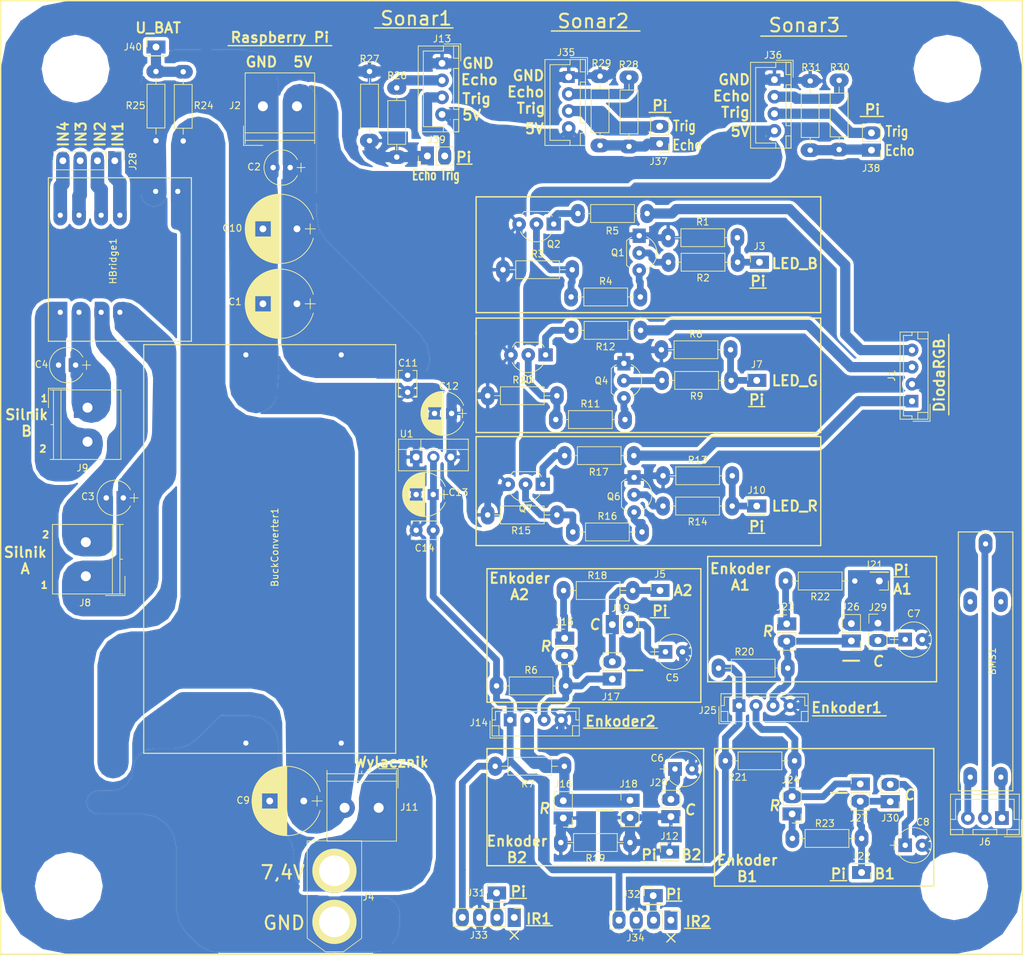
<source format=kicad_pcb>
(kicad_pcb (version 4) (host pcbnew 4.0.6)
  (layers (0 F.Cu signal) (31 B.Cu signal) (34 B.Paste user) (35 F.Paste user) (36 B.SilkS user) (37 F.SilkS user) (38 B.Mask user) (39 F.Mask user) (44 Edge.Cuts user))
  (net 0 "")
  (net 1 GND)
  (net 2 7,4V_RAW)
  (net 3 3,7V_JST/BM)
  (net 4 7,4V)
  (net 5 5V)
  (net 6 DiodaR_Anoda)
  (net 7 DiodaG_Anoda)
  (net 8 DiodaB_Anoda)
  (net 9 "Net-(J3-Pad1)")
  (net 10 "Net-(J7-Pad1)")
  (net 11 "Net-(J10-Pad1)")
  (net 12 "Net-(Q1-Pad2)")
  (net 13 "Net-(Q1-Pad3)")
  (net 14 "Net-(Q2-Pad2)")
  (net 15 "Net-(Q4-Pad2)")
  (net 16 "Net-(Q4-Pad3)")
  (net 17 "Net-(Q5-Pad2)")
  (net 18 "Net-(Q6-Pad2)")
  (net 19 "Net-(Q6-Pad3)")
  (net 20 "Net-(Q7-Pad2)")
  (net 21 GND_JST)
  (net 22 7,4V_RAW_JST)
  (net 23 MotorA_1)
  (net 24 MotorA_2)
  (net 25 MotorB_1)
  (net 26 MotorB_2)
  (net 27 "Net-(C5-Pad1)")
  (net 28 "Net-(C6-Pad1)")
  (net 29 "Net-(C7-Pad1)")
  (net 30 "Net-(C8-Pad1)")
  (net 31 3,3V)
  (net 32 IN1_H_Bridge)
  (net 33 IN2_H_Bridge)
  (net 34 IN3_H_Bridge)
  (net 35 IN4_H_Bridge)
  (net 36 EnkoderA2)
  (net 37 EnkoderB2)
  (net 38 Echo1_RAW)
  (net 39 Trigger1_RAW)
  (net 40 EnkoderB2_RAW)
  (net 41 EnkoderA2_RAW)
  (net 42 "Net-(J15-Pad1)")
  (net 43 "Net-(J16-Pad1)")
  (net 44 EnkoderA1)
  (net 45 EnkoderB1)
  (net 46 "Net-(J23-Pad1)")
  (net 47 EnkoderA1_RAW)
  (net 48 "Net-(J24-Pad1)")
  (net 49 EnkoderB1_RAW)
  (net 50 IR1_Out)
  (net 51 IR2_Out)
  (net 52 Echo2_RAW)
  (net 53 Trigger2_RAW)
  (net 54 Echo3_RAW)
  (net 55 Trigger3_RAW)
  (net 56 Echo2_RPi)
  (net 57 Echo3_RPi)
  (net 58 Echo1_RPi)
  (net 59 NapiecieAkumulatora)
  (net 60 "Net-(Q2-Pad1)")
  (net 61 "Net-(Q5-Pad1)")
  (net 62 "Net-(Q7-Pad1)")
  (module HX-2S-01_5A:HX-2S-01_5A (layer F.Cu) (at 166.6 118 90)
    (fp_text reference BMS1 (at 0 1 90) (layer F.SilkS))
    (fp_text value HX-2S-01_5A)
    (pad 1 thru_hole oval (at -17 -2.25 90) (size 3 2) (drill 0.762) (layers *.Cu *.Mask) (net 21 GND_JST))
    (pad 2 thru_hole oval (at -17 2.25 90) (size 3 2) (drill 0.762) (layers *.Cu *.Mask) (net 22 7,4V_RAW_JST))
    (pad 3 thru_hole oval (at 17.25 0 90) (size 3 2) (drill 0.762) (layers *.Cu *.Mask) (net 3 3,7V_JST/BM))
    (pad 4 thru_hole oval (at 8.75 -2.25 90) (size 3 2) (drill 0.762) (layers *.Cu *.Mask))
    (pad 5 thru_hole oval (at 8.75 2.25 90) (size 3 2) (drill 0.762) (layers *.Cu *.Mask))
  )
  (module XL4016:XL4016 (layer F.Cu) (at 61.5 101.5 90)
    (fp_text reference BuckConverter1 (at 0.25 0.75 90) (layer F.SilkS))
    (fp_text value XL4016)
    (pad 1 thru_hole rect (at -28.5 -3.5 90) (size 4 3) (drill 0.762) (layers *.Cu *.Mask) (net 1 GND))
    (pad 2 thru_hole oval (at -28.5 10.5 90) (size 4 3) (drill 0.762) (layers *.Cu *.Mask) (net 4 7,4V))
    (pad 3 thru_hole rect (at 28.5 -3.5 90) (size 4 3) (drill 0.762) (layers *.Cu *.Mask) (net 1 GND))
    (pad 4 thru_hole oval (at 28.5 10.5 90) (size 4 3) (drill 0.762) (layers *.Cu *.Mask) (net 5 5V))
  )
  (module Capacitors_THT:CP_Radial_D10.0mm_P5.00mm (layer F.Cu) (at 65.5 65.5 180)
    (fp_text reference C1 (at 9.1 0.3 180) (layer F.SilkS))
    (fp_text value "1000 uF / 25V")
    (pad 1 thru_hole rect (at 0 0 180) (size 2 2) (drill 1) (layers *.Cu *.Mask) (net 5 5V))
    (pad 2 thru_hole circle (at 5 0 180) (size 2 2) (drill 1) (layers *.Cu *.Mask) (net 1 GND))
  )
  (module Capacitors_THT:CP_Radial_Tantal_D5.0mm_P2.50mm (layer F.Cu) (at 64.5 45.5 180)
    (fp_text reference C2 (at 5.3 0.1 180) (layer F.SilkS))
    (fp_text value "470 nF / 50V")
    (pad 1 thru_hole rect (at 0 0 180) (size 2 2) (drill 0.8) (layers *.Cu *.Mask) (net 5 5V))
    (pad 2 thru_hole circle (at 2.5 0 180) (size 1.9 1.9) (drill 0.8) (layers *.Cu *.Mask) (net 1 GND))
  )
  (module Capacitors_THT:CP_Radial_Tantal_D5.0mm_P2.50mm (layer F.Cu) (at 40 94 180)
    (fp_text reference C3 (at 5.2 0.2 180) (layer F.SilkS))
    (fp_text value "470 nF / 50V")
    (pad 1 thru_hole rect (at 0 0 180) (size 2 2) (drill 0.8) (layers *.Cu *.Mask) (net 23 MotorA_1))
    (pad 2 thru_hole circle (at 2.5 0 180) (size 1.9 1.9) (drill 0.8) (layers *.Cu *.Mask) (net 24 MotorA_2))
  )
  (module Capacitors_THT:CP_Radial_Tantal_D5.0mm_P2.50mm (layer F.Cu) (at 33 74.5 180)
    (fp_text reference C4 (at 5 0.1 180) (layer F.SilkS))
    (fp_text value "470 nF / 50V")
    (pad 1 thru_hole rect (at 0 0 180) (size 2 2) (drill 0.8) (layers *.Cu *.Mask) (net 25 MotorB_1))
    (pad 2 thru_hole circle (at 2.5 0 180) (size 1.9 1.9) (drill 0.8) (layers *.Cu *.Mask) (net 26 MotorB_2))
  )
  (module MX1508:MX1508 (layer F.Cu) (at 39.5 59 270)
    (fp_text reference HBridge1 (at 0.25 1 270) (layer F.SilkS))
    (fp_text value MX1508)
    (pad 1 thru_hole rect (at -10 -8.5 270) (size 3 2) (drill 0.762) (layers *.Cu *.Mask) (net 4 7,4V))
    (pad 2 thru_hole oval (at -10 -5.25 270) (size 3 2) (drill 0.762) (layers *.Cu *.Mask) (net 1 GND))
    (pad 3 thru_hole oval (at -6.5 0 270) (size 3 2) (drill 0.762) (layers *.Cu *.Mask) (net 32 IN1_H_Bridge))
    (pad 4 thru_hole oval (at -6.5 2.75 270) (size 3 2) (drill 0.762) (layers *.Cu *.Mask) (net 33 IN2_H_Bridge))
    (pad 5 thru_hole oval (at -6.5 6 270) (size 3 2) (drill 0.762) (layers *.Cu *.Mask) (net 34 IN3_H_Bridge))
    (pad 6 thru_hole oval (at -6.5 8.75 270) (size 3 2) (drill 0.762) (layers *.Cu *.Mask) (net 35 IN4_H_Bridge))
    (pad 7 thru_hole oval (at 7.75 0 270) (size 3 2) (drill 0.762) (layers *.Cu *.Mask) (net 23 MotorA_1))
    (pad 8 thru_hole oval (at 7.75 2.75 270) (size 3 2) (drill 0.762) (layers *.Cu *.Mask) (net 24 MotorA_2))
    (pad 9 thru_hole oval (at 7.75 6 270) (size 3 2) (drill 0.762) (layers *.Cu *.Mask) (net 25 MotorB_1))
    (pad 10 thru_hole oval (at 7.75 8.75 270) (size 3 2) (drill 0.762) (layers *.Cu *.Mask) (net 26 MotorB_2))
  )
  (module Connectors_JST:JST_EH_B04B-EH-A_04x2.50mm_Straight (layer F.Cu) (at 155.8 79.8 90)
    (fp_text reference J1 (at 3.75 -3 90) (layer F.SilkS))
    (fp_text value DiodaRGB)
    (pad 1 thru_hole rect (at 0 0 90) (size 1.85 1.85) (drill 0.9) (layers *.Cu *.Mask) (net 6 DiodaR_Anoda))
    (pad 2 thru_hole circle (at 2.5 0 90) (size 1.9 1.9) (drill 0.9) (layers *.Cu *.Mask) (net 1 GND))
    (pad 3 thru_hole circle (at 5 0 90) (size 1.9 1.9) (drill 0.9) (layers *.Cu *.Mask) (net 7 DiodaG_Anoda))
    (pad 4 thru_hole circle (at 7.5 0 90) (size 1.9 1.9) (drill 0.9) (layers *.Cu *.Mask) (net 8 DiodaB_Anoda))
  )
  (module TerminalBlock_Philmore:TerminalBlock_Philmore_TB132_02x5mm_Straight (layer F.Cu) (at 60.5 36.5)
    (fp_text reference J2 (at -4.1 -0.1) (layer F.SilkS))
    (fp_text value ZasilanieRaspberry)
    (pad 1 thru_hole rect (at 0 0) (size 3 4) (drill 1.47) (layers *.Cu *.Mask) (net 1 GND))
    (pad 2 thru_hole circle (at 5 0) (size 3 3) (drill 1.47) (layers *.Cu *.Mask) (net 5 5V))
  )
  (module Pin_Headers:Pin_Header_Straight_1x01_Pitch2.54mm (layer F.Cu) (at 133.4 59.4)
    (fp_text reference J3 (at 0 -2.33) (layer F.SilkS))
    (fp_text value DiodaB_RPi)
    (pad 1 thru_hole rect (at 0 0) (size 2.8 1.9) (drill 1) (layers *.Cu *.Mask) (net 9 "Net-(J3-Pad1)"))
  )
  (module XT60:XT60 (layer F.Cu) (at 71 156.25 90)
    (fp_text reference J4 (at 3.65 5 180) (layer F.SilkS))
    (fp_text value Akumulator)
    (pad 1 thru_hole circle (at 0 0 90) (size 6.5 6.5) (drill 4.5) (layers *.Cu *.Mask F.SilkS) (net 1 GND))
    (pad 2 thru_hole circle (at 7.5 0 90) (size 6.5 6.5) (drill 4.5) (layers *.Cu *.Mask F.SilkS) (net 2 7,4V_RAW))
  )
  (module Pin_Headers:Pin_Header_Straight_1x01_Pitch2.54mm (layer F.Cu) (at 133 76.75)
    (fp_text reference J7 (at 0 -2.33) (layer F.SilkS))
    (fp_text value DiodaG_RPi)
    (pad 1 thru_hole rect (at 0 0) (size 2.8 1.9) (drill 1) (layers *.Cu *.Mask) (net 10 "Net-(J7-Pad1)"))
  )
  (module TerminalBlock_Philmore:TerminalBlock_Philmore_TB132_02x5mm_Straight (layer F.Cu) (at 34.5 105.5 90)
    (fp_text reference J8 (at -3.9 -0.1 180) (layer F.SilkS))
    (fp_text value MotorA)
    (pad 1 thru_hole rect (at 0 0 90) (size 3 4) (drill 1.47) (layers *.Cu *.Mask) (net 23 MotorA_1))
    (pad 2 thru_hole circle (at 5 0 90) (size 3 3) (drill 1.47) (layers *.Cu *.Mask) (net 24 MotorA_2))
  )
  (module TerminalBlock_Philmore:TerminalBlock_Philmore_TB132_02x5mm_Straight (layer F.Cu) (at 34.75 80.75 270)
    (fp_text reference J9 (at 8.85 0.75 360) (layer F.SilkS))
    (fp_text value MotorB)
    (pad 1 thru_hole rect (at 0 0 270) (size 3 4) (drill 1.47) (layers *.Cu *.Mask) (net 25 MotorB_1))
    (pad 2 thru_hole circle (at 5 0 270) (size 3 3) (drill 1.47) (layers *.Cu *.Mask) (net 26 MotorB_2))
  )
  (module Pin_Headers:Pin_Header_Straight_1x01_Pitch2.54mm (layer F.Cu) (at 133 95.2)
    (fp_text reference J10 (at 0 -2.33) (layer F.SilkS))
    (fp_text value DiodaR_RPi)
    (pad 1 thru_hole rect (at 0 0) (size 2.8 1.9) (drill 1) (layers *.Cu *.Mask) (net 11 "Net-(J10-Pad1)"))
  )
  (module TerminalBlock_Philmore:TerminalBlock_Philmore_TB132_02x5mm_Straight (layer F.Cu) (at 77.5 139.5 180)
    (fp_text reference J11 (at -4.5 0.1 180) (layer F.SilkS))
    (fp_text value WylacznikGlowny)
    (pad 1 thru_hole rect (at 0 0 180) (size 3 4) (drill 1.47) (layers *.Cu *.Mask) (net 2 7,4V_RAW))
    (pad 2 thru_hole circle (at 5 0 180) (size 3 3) (drill 1.47) (layers *.Cu *.Mask) (net 4 7,4V))
  )
  (module TO_SOT_Packages_THT:TO-92_Inline_Wide (layer F.Cu) (at 115.75 55.5 270)
    (fp_text reference Q1 (at 2.5 3.15 540) (layer F.SilkS))
    (fp_text value Q_NMOS_SGD)
    (pad 2 thru_hole circle (at 2.54 0) (size 2 2) (drill 0.8) (layers *.Cu *.Mask) (net 12 "Net-(Q1-Pad2)"))
    (pad 3 thru_hole circle (at 5.08 0) (size 2 2) (drill 0.8) (layers *.Cu *.Mask) (net 13 "Net-(Q1-Pad3)"))
    (pad 1 thru_hole rect (at 0 0) (size 1.9 2.1) (drill 0.8) (layers *.Cu *.Mask) (net 1 GND))
  )
  (module TO_SOT_Packages_THT:TO-92_Inline_Wide (layer F.Cu) (at 103.2 53.8 180)
    (fp_text reference Q2 (at 0 -2.95 360) (layer F.SilkS))
    (fp_text value Q_PNP_CBE)
    (pad 2 thru_hole circle (at 2.54 0 270) (size 2 2) (drill 0.8) (layers *.Cu *.Mask) (net 14 "Net-(Q2-Pad2)"))
    (pad 3 thru_hole circle (at 5.08 0 270) (size 2 2) (drill 0.8) (layers *.Cu *.Mask) (net 5 5V))
    (pad 1 thru_hole rect (at 0 0 270) (size 1.9 2.1) (drill 0.8) (layers *.Cu *.Mask) (net 60 "Net-(Q2-Pad1)"))
  )
  (module TO_SOT_Packages_THT:TO-92_Inline_Wide (layer F.Cu) (at 113.5 74.25 270)
    (fp_text reference Q4 (at 2.55 3.3 540) (layer F.SilkS))
    (fp_text value Q_NMOS_SGD)
    (pad 2 thru_hole circle (at 2.54 0) (size 2 2) (drill 0.8) (layers *.Cu *.Mask) (net 15 "Net-(Q4-Pad2)"))
    (pad 3 thru_hole circle (at 5.08 0) (size 2 2) (drill 0.8) (layers *.Cu *.Mask) (net 16 "Net-(Q4-Pad3)"))
    (pad 1 thru_hole rect (at 0 0) (size 1.9 2.1) (drill 0.8) (layers *.Cu *.Mask) (net 1 GND))
  )
  (module TO_SOT_Packages_THT:TO-92_Inline_Wide (layer F.Cu) (at 102 73 180)
    (fp_text reference Q5 (at 2.54 -3.56 360) (layer F.SilkS))
    (fp_text value Q_PNP_CBE)
    (pad 2 thru_hole circle (at 2.54 0 270) (size 2 2) (drill 0.8) (layers *.Cu *.Mask) (net 17 "Net-(Q5-Pad2)"))
    (pad 3 thru_hole circle (at 5.08 0 270) (size 2 2) (drill 0.8) (layers *.Cu *.Mask) (net 5 5V))
    (pad 1 thru_hole rect (at 0 0 270) (size 1.9 2.1) (drill 0.8) (layers *.Cu *.Mask) (net 61 "Net-(Q5-Pad1)"))
  )
  (module TO_SOT_Packages_THT:TO-92_Inline_Wide (layer F.Cu) (at 115 91 270)
    (fp_text reference Q6 (at 2.8 3 540) (layer F.SilkS))
    (fp_text value Q_NMOS_SGD)
    (pad 2 thru_hole circle (at 2.54 0) (size 2 2) (drill 0.8) (layers *.Cu *.Mask) (net 18 "Net-(Q6-Pad2)"))
    (pad 3 thru_hole circle (at 5.08 0) (size 2 2) (drill 0.8) (layers *.Cu *.Mask) (net 19 "Net-(Q6-Pad3)"))
    (pad 1 thru_hole rect (at 0 0) (size 1.9 2.1) (drill 0.8) (layers *.Cu *.Mask) (net 1 GND))
  )
  (module TO_SOT_Packages_THT:TO-92_Inline_Wide (layer F.Cu) (at 101.6 92 180)
    (fp_text reference Q7 (at 2.54 -3.56 360) (layer F.SilkS))
    (fp_text value Q_PNP_CBE)
    (pad 2 thru_hole circle (at 2.54 0 270) (size 2 2) (drill 0.8) (layers *.Cu *.Mask) (net 20 "Net-(Q7-Pad2)"))
    (pad 3 thru_hole circle (at 5.08 0 270) (size 2 2) (drill 0.8) (layers *.Cu *.Mask) (net 5 5V))
    (pad 1 thru_hole rect (at 0 0 270) (size 1.9 2.1) (drill 0.8) (layers *.Cu *.Mask) (net 62 "Net-(Q7-Pad1)"))
  )
  (module Resistors_THT:R_Axial_DIN0207_L6.3mm_D2.5mm_P10.16mm_Horizontal (layer F.Cu) (at 120 55.8)
    (fp_text reference R1 (at 5.08 -2.31) (layer F.SilkS))
    (fp_text value 10k)
    (pad 1 thru_hole oval (at 0 0) (size 2 2.8) (drill 0.8) (layers *.Cu *.Mask) (net 1 GND))
    (pad 2 thru_hole oval (at 10.16 0) (size 2 2.8) (drill 0.8) (layers *.Cu *.Mask) (net 9 "Net-(J3-Pad1)"))
  )
  (module Resistors_THT:R_Axial_DIN0207_L6.3mm_D2.5mm_P10.16mm_Horizontal (layer F.Cu) (at 130.2 59.4 180)
    (fp_text reference R2 (at 5.08 -2.31 180) (layer F.SilkS))
    (fp_text value 100R)
    (pad 1 thru_hole oval (at 0 0 180) (size 2 2.8) (drill 0.8) (layers *.Cu *.Mask) (net 9 "Net-(J3-Pad1)"))
    (pad 2 thru_hole oval (at 10.16 0 180) (size 2 2.8) (drill 0.8) (layers *.Cu *.Mask) (net 12 "Net-(Q1-Pad2)"))
  )
  (module Resistors_THT:R_Axial_DIN0207_L6.3mm_D2.5mm_P10.16mm_Horizontal (layer F.Cu) (at 95.75 60.5)
    (fp_text reference R3 (at 5.08 -2.31) (layer F.SilkS))
    (fp_text value 10k)
    (pad 1 thru_hole oval (at 0 0) (size 2 2.8) (drill 0.8) (layers *.Cu *.Mask) (net 5 5V))
    (pad 2 thru_hole oval (at 10.16 0) (size 2 2.8) (drill 0.8) (layers *.Cu *.Mask) (net 14 "Net-(Q2-Pad2)"))
  )
  (module Resistors_THT:R_Axial_DIN0207_L6.3mm_D2.5mm_P10.16mm_Horizontal (layer F.Cu) (at 105.75 64.5)
    (fp_text reference R4 (at 5.08 -2.31) (layer F.SilkS))
    (fp_text value 1k)
    (pad 1 thru_hole oval (at 0 0) (size 2 2.8) (drill 0.8) (layers *.Cu *.Mask) (net 14 "Net-(Q2-Pad2)"))
    (pad 2 thru_hole oval (at 10.16 0) (size 2 2.8) (drill 0.8) (layers *.Cu *.Mask) (net 13 "Net-(Q1-Pad3)"))
  )
  (module Resistors_THT:R_Axial_DIN0207_L6.3mm_D2.5mm_P10.16mm_Horizontal (layer F.Cu) (at 106.75 52.25)
    (fp_text reference R5 (at 5.05 2.55) (layer F.SilkS))
    (fp_text value ???R)
    (pad 1 thru_hole oval (at 0 0) (size 2 2.8) (drill 0.8) (layers *.Cu *.Mask) (net 60 "Net-(Q2-Pad1)"))
    (pad 2 thru_hole oval (at 10.16 0) (size 2 2.8) (drill 0.8) (layers *.Cu *.Mask) (net 8 DiodaB_Anoda))
  )
  (module Resistors_THT:R_Axial_DIN0207_L6.3mm_D2.5mm_P10.16mm_Horizontal (layer F.Cu) (at 94.8 121.6)
    (fp_text reference R6 (at 5.08 -2.31) (layer F.SilkS))
    (fp_text value 2,2k)
    (pad 1 thru_hole oval (at 0 0) (size 2 2.8) (drill 0.8) (layers *.Cu *.Mask) (net 31 3,3V))
    (pad 2 thru_hole oval (at 10.16 0) (size 2 2.8) (drill 0.8) (layers *.Cu *.Mask) (net 41 EnkoderA2_RAW))
  )
  (module Resistors_THT:R_Axial_DIN0207_L6.3mm_D2.5mm_P10.16mm_Horizontal (layer F.Cu) (at 94.6 133.4)
    (fp_text reference R7 (at 4.8 2.6) (layer F.SilkS))
    (fp_text value 2,2k)
    (pad 1 thru_hole oval (at 0 0) (size 2 2.8) (drill 0.8) (layers *.Cu *.Mask) (net 31 3,3V))
    (pad 2 thru_hole oval (at 10.16 0) (size 2 2.8) (drill 0.8) (layers *.Cu *.Mask) (net 40 EnkoderB2_RAW))
  )
  (module Resistors_THT:R_Axial_DIN0207_L6.3mm_D2.5mm_P10.16mm_Horizontal (layer F.Cu) (at 119 72.25)
    (fp_text reference R8 (at 5.08 -2.31) (layer F.SilkS))
    (fp_text value 10k)
    (pad 1 thru_hole oval (at 0 0) (size 2 2.8) (drill 0.8) (layers *.Cu *.Mask) (net 1 GND))
    (pad 2 thru_hole oval (at 10.16 0) (size 2 2.8) (drill 0.8) (layers *.Cu *.Mask) (net 10 "Net-(J7-Pad1)"))
  )
  (module Resistors_THT:R_Axial_DIN0207_L6.3mm_D2.5mm_P10.16mm_Horizontal (layer F.Cu) (at 129.25 76.75 180)
    (fp_text reference R9 (at 5.08 -2.31 180) (layer F.SilkS))
    (fp_text value 100R)
    (pad 1 thru_hole oval (at 0 0 180) (size 2 2.8) (drill 0.8) (layers *.Cu *.Mask) (net 10 "Net-(J7-Pad1)"))
    (pad 2 thru_hole oval (at 10.16 0 180) (size 2 2.8) (drill 0.8) (layers *.Cu *.Mask) (net 15 "Net-(Q4-Pad2)"))
  )
  (module Resistors_THT:R_Axial_DIN0207_L6.3mm_D2.5mm_P10.16mm_Horizontal (layer F.Cu) (at 93.5 79)
    (fp_text reference R10 (at 5.08 -2.31) (layer F.SilkS))
    (fp_text value 10k)
    (pad 1 thru_hole oval (at 0 0) (size 2 2.8) (drill 0.8) (layers *.Cu *.Mask) (net 5 5V))
    (pad 2 thru_hole oval (at 10.16 0) (size 2 2.8) (drill 0.8) (layers *.Cu *.Mask) (net 17 "Net-(Q5-Pad2)"))
  )
  (module Resistors_THT:R_Axial_DIN0207_L6.3mm_D2.5mm_P10.16mm_Horizontal (layer F.Cu) (at 103.5 82.5)
    (fp_text reference R11 (at 5.08 -2.31) (layer F.SilkS))
    (fp_text value 1k)
    (pad 1 thru_hole oval (at 0 0) (size 2 2.8) (drill 0.8) (layers *.Cu *.Mask) (net 17 "Net-(Q5-Pad2)"))
    (pad 2 thru_hole oval (at 10.16 0) (size 2 2.8) (drill 0.8) (layers *.Cu *.Mask) (net 16 "Net-(Q4-Pad3)"))
  )
  (module Resistors_THT:R_Axial_DIN0207_L6.3mm_D2.5mm_P10.16mm_Horizontal (layer F.Cu) (at 105.8 69.4)
    (fp_text reference R12 (at 5 2.4) (layer F.SilkS))
    (fp_text value ???R)
    (pad 1 thru_hole oval (at 0 0) (size 2 2.8) (drill 0.8) (layers *.Cu *.Mask) (net 61 "Net-(Q5-Pad1)"))
    (pad 2 thru_hole oval (at 10.16 0) (size 2 2.8) (drill 0.8) (layers *.Cu *.Mask) (net 7 DiodaG_Anoda))
  )
  (module Resistors_THT:R_Axial_DIN0207_L6.3mm_D2.5mm_P10.16mm_Horizontal (layer F.Cu) (at 119.25 90.75)
    (fp_text reference R13 (at 5.08 -2.31) (layer F.SilkS))
    (fp_text value 10k)
    (pad 1 thru_hole oval (at 0 0) (size 2 2.8) (drill 0.8) (layers *.Cu *.Mask) (net 1 GND))
    (pad 2 thru_hole oval (at 10.16 0) (size 2 2.8) (drill 0.8) (layers *.Cu *.Mask) (net 11 "Net-(J10-Pad1)"))
  )
  (module Resistors_THT:R_Axial_DIN0207_L6.3mm_D2.5mm_P10.16mm_Horizontal (layer F.Cu) (at 129.4 95.2 180)
    (fp_text reference R14 (at 5.08 -2.31 180) (layer F.SilkS))
    (fp_text value 100R)
    (pad 1 thru_hole oval (at 0 0 180) (size 2 2.8) (drill 0.8) (layers *.Cu *.Mask) (net 11 "Net-(J10-Pad1)"))
    (pad 2 thru_hole oval (at 10.16 0 180) (size 2 2.8) (drill 0.8) (layers *.Cu *.Mask) (net 18 "Net-(Q6-Pad2)"))
  )
  (module Resistors_THT:R_Axial_DIN0207_L6.3mm_D2.5mm_P10.16mm_Horizontal (layer F.Cu) (at 93.5 96.5)
    (fp_text reference R15 (at 4.9 2.3) (layer F.SilkS))
    (fp_text value 10k)
    (pad 1 thru_hole oval (at 0 0) (size 2 2.8) (drill 0.8) (layers *.Cu *.Mask) (net 5 5V))
    (pad 2 thru_hole oval (at 10.16 0) (size 2 2.8) (drill 0.8) (layers *.Cu *.Mask) (net 20 "Net-(Q7-Pad2)"))
  )
  (module Resistors_THT:R_Axial_DIN0207_L6.3mm_D2.5mm_P10.16mm_Horizontal (layer F.Cu) (at 106 99)
    (fp_text reference R16 (at 5.08 -2.31) (layer F.SilkS))
    (fp_text value 1k)
    (pad 1 thru_hole oval (at 0 0) (size 2 2.8) (drill 0.8) (layers *.Cu *.Mask) (net 20 "Net-(Q7-Pad2)"))
    (pad 2 thru_hole oval (at 10.16 0) (size 2 2.8) (drill 0.8) (layers *.Cu *.Mask) (net 19 "Net-(Q6-Pad3)"))
  )
  (module Resistors_THT:R_Axial_DIN0207_L6.3mm_D2.5mm_P10.16mm_Horizontal (layer F.Cu) (at 104.8 87.8)
    (fp_text reference R17 (at 5 2.4) (layer F.SilkS))
    (fp_text value ???R)
    (pad 1 thru_hole oval (at 0 0) (size 2 2.8) (drill 0.8) (layers *.Cu *.Mask) (net 62 "Net-(Q7-Pad1)"))
    (pad 2 thru_hole oval (at 10.16 0) (size 2 2.8) (drill 0.8) (layers *.Cu *.Mask) (net 6 DiodaR_Anoda))
  )
  (module Capacitors_THT:CP_Radial_Tantal_D5.0mm_P2.50mm (layer F.Cu) (at 119.6 116.6)
    (fp_text reference C5 (at 1 3.8) (layer F.SilkS))
    (fp_text value "20 nF")
    (pad 1 thru_hole rect (at 0 0) (size 2 2) (drill 0.8) (layers *.Cu *.Mask) (net 27 "Net-(C5-Pad1)"))
    (pad 2 thru_hole circle (at 2.5 0) (size 1.9 1.9) (drill 0.8) (layers *.Cu *.Mask) (net 1 GND))
  )
  (module Capacitors_THT:CP_Radial_Tantal_D5.0mm_P2.50mm (layer F.Cu) (at 121 133.8)
    (fp_text reference C6 (at -2.6 -1.6) (layer F.SilkS))
    (fp_text value "20 nF")
    (pad 1 thru_hole rect (at 0 0) (size 2 2) (drill 0.8) (layers *.Cu *.Mask) (net 28 "Net-(C6-Pad1)"))
    (pad 2 thru_hole circle (at 2.5 0) (size 1.9 1.9) (drill 0.8) (layers *.Cu *.Mask) (net 1 GND))
  )
  (module Capacitors_THT:CP_Radial_Tantal_D5.0mm_P2.50mm (layer F.Cu) (at 154.8 114.8)
    (fp_text reference C7 (at 1.25 -3.81) (layer F.SilkS))
    (fp_text value "20 nF")
    (pad 1 thru_hole rect (at 0 0) (size 2 2) (drill 0.8) (layers *.Cu *.Mask) (net 29 "Net-(C7-Pad1)"))
    (pad 2 thru_hole circle (at 2.5 0) (size 1.9 1.9) (drill 0.8) (layers *.Cu *.Mask) (net 1 GND))
  )
  (module Capacitors_THT:CP_Radial_Tantal_D5.0mm_P2.50mm (layer F.Cu) (at 154.8 145)
    (fp_text reference C8 (at 2.6 -3.4) (layer F.SilkS))
    (fp_text value "20 nF")
    (pad 1 thru_hole rect (at 0 0) (size 2 2) (drill 0.8) (layers *.Cu *.Mask) (net 30 "Net-(C8-Pad1)"))
    (pad 2 thru_hole circle (at 2.5 0) (size 1.9 1.9) (drill 0.8) (layers *.Cu *.Mask) (net 1 GND))
  )
  (module Capacitors_THT:CP_Radial_D10.0mm_P5.00mm (layer F.Cu) (at 66.5 138.5 180)
    (fp_text reference C9 (at 8.9 0.1 180) (layer F.SilkS))
    (fp_text value "1000 uF / 25V")
    (pad 1 thru_hole rect (at 0 0 180) (size 2 2) (drill 1) (layers *.Cu *.Mask) (net 4 7,4V))
    (pad 2 thru_hole circle (at 5 0 180) (size 2 2) (drill 1) (layers *.Cu *.Mask) (net 1 GND))
  )
  (module Capacitors_THT:CP_Radial_D10.0mm_P5.00mm (layer F.Cu) (at 65.5 54.5 180)
    (fp_text reference C10 (at 9.5 0.1 180) (layer F.SilkS))
    (fp_text value "1000 uF / 25V")
    (pad 1 thru_hole rect (at 0 0 180) (size 2 2) (drill 1) (layers *.Cu *.Mask) (net 5 5V))
    (pad 2 thru_hole circle (at 5 0 180) (size 2 2) (drill 1) (layers *.Cu *.Mask) (net 1 GND))
  )
  (module Capacitors_THT:C_Disc_D3.8mm_W2.6mm_P2.50mm (layer F.Cu) (at 81.75 76 270)
    (fp_text reference C11 (at -1.8 -0.05 360) (layer F.SilkS))
    (fp_text value "100nF / 50V")
    (pad 1 thru_hole circle (at 0 0 270) (size 1.9 1.9) (drill 0.8) (layers *.Cu *.Mask) (net 5 5V))
    (pad 2 thru_hole circle (at 2.5 0 270) (size 1.9 1.9) (drill 0.8) (layers *.Cu *.Mask) (net 1 GND))
  )
  (module Capacitors_THT:CP_Radial_D6.3mm_P2.50mm (layer F.Cu) (at 88.2 81.6 180)
    (fp_text reference C12 (at 0.4 4 180) (layer F.SilkS))
    (fp_text value "33uF / 63V")
    (pad 1 thru_hole rect (at 0 0 180) (size 1.6 1.6) (drill 0.8) (layers *.Cu *.Mask) (net 5 5V))
    (pad 2 thru_hole circle (at 2.5 0 180) (size 1.6 1.6) (drill 0.8) (layers *.Cu *.Mask) (net 1 GND))
  )
  (module Capacitors_THT:CP_Radial_D6.3mm_P2.50mm (layer F.Cu) (at 85.5 93.5 180)
    (fp_text reference C13 (at -3.7 0.3 180) (layer F.SilkS))
    (fp_text value "33uF / 63V")
    (pad 1 thru_hole rect (at 0 0 180) (size 1.6 1.6) (drill 0.8) (layers *.Cu *.Mask) (net 31 3,3V))
    (pad 2 thru_hole circle (at 2.5 0 180) (size 1.6 1.6) (drill 0.8) (layers *.Cu *.Mask) (net 1 GND))
  )
  (module Capacitors_THT:C_Disc_D3.8mm_W2.6mm_P2.50mm (layer F.Cu) (at 85.5 98.75 180)
    (fp_text reference C14 (at 1.25 -2.61 180) (layer F.SilkS))
    (fp_text value "100nF / 50V")
    (pad 1 thru_hole circle (at 0 0 180) (size 1.9 1.9) (drill 0.8) (layers *.Cu *.Mask) (net 31 3,3V))
    (pad 2 thru_hole circle (at 2.5 0 180) (size 1.9 1.9) (drill 0.8) (layers *.Cu *.Mask) (net 1 GND))
  )
  (module Pin_Headers:Pin_Header_Straight_1x01_Pitch2.54mm (layer F.Cu) (at 118.8 107.6)
    (fp_text reference J5 (at 0 -2.4) (layer F.SilkS))
    (fp_text value EnkoderA2_RPi)
    (pad 1 thru_hole rect (at 0 0) (size 2.8 1.9) (drill 1) (layers *.Cu *.Mask) (net 36 EnkoderA2))
  )
  (module Pin_Headers:Pin_Header_Straight_1x01_Pitch2.54mm (layer F.Cu) (at 120.2 146)
    (fp_text reference J12 (at 0 -2.33) (layer F.SilkS))
    (fp_text value EnkoderB2_RPi)
    (pad 1 thru_hole rect (at 0 0) (size 2.8 1.9) (drill 1) (layers *.Cu *.Mask) (net 37 EnkoderB2))
  )
  (module Connectors_JST:JST_EH_B04B-EH-A_04x2.50mm_Straight (layer F.Cu) (at 96.8 126.6)
    (fp_text reference J14 (at -4.6 0.4) (layer F.SilkS))
    (fp_text value Enkoder2)
    (pad 1 thru_hole rect (at 0 0) (size 1.85 1.85) (drill 0.9) (layers *.Cu *.Mask) (net 31 3,3V))
    (pad 2 thru_hole circle (at 2.5 0) (size 1.9 1.9) (drill 0.9) (layers *.Cu *.Mask) (net 40 EnkoderB2_RAW))
    (pad 3 thru_hole circle (at 5 0) (size 1.9 1.9) (drill 0.9) (layers *.Cu *.Mask) (net 41 EnkoderA2_RAW))
    (pad 4 thru_hole circle (at 7.5 0) (size 1.9 1.9) (drill 0.9) (layers *.Cu *.Mask) (net 1 GND))
  )
  (module Pin_Headers:Pin_Header_Straight_1x02_Pitch2.54mm (layer F.Cu) (at 104.8 114.6)
    (fp_text reference J15 (at 0 -2.4) (layer F.SilkS))
    (fp_text value Zworka)
    (pad 1 thru_hole rect (at 0 0) (size 2.8 1.9) (drill 1) (layers *.Cu *.Mask) (net 42 "Net-(J15-Pad1)"))
    (pad 2 thru_hole oval (at 0 2.54) (size 2.8 1.9) (drill 1) (layers *.Cu *.Mask) (net 41 EnkoderA2_RAW))
  )
  (module Pin_Headers:Pin_Header_Straight_1x02_Pitch2.54mm (layer F.Cu) (at 104.6 141 180)
    (fp_text reference J16 (at 0 5 180) (layer F.SilkS))
    (fp_text value Zworka)
    (pad 1 thru_hole rect (at 0 0 180) (size 2.8 1.9) (drill 1) (layers *.Cu *.Mask) (net 43 "Net-(J16-Pad1)"))
    (pad 2 thru_hole oval (at 0 2.54 180) (size 2.8 1.9) (drill 1) (layers *.Cu *.Mask) (net 40 EnkoderB2_RAW))
  )
  (module Pin_Headers:Pin_Header_Straight_1x02_Pitch2.54mm (layer F.Cu) (at 111.8 120.6 180)
    (fp_text reference J17 (at 0.2 -2.6 180) (layer F.SilkS))
    (fp_text value Zworka)
    (pad 1 thru_hole rect (at 0 0 180) (size 2.8 1.9) (drill 1) (layers *.Cu *.Mask) (net 41 EnkoderA2_RAW))
    (pad 2 thru_hole oval (at 0 2.54 180) (size 2.8 1.9) (drill 1) (layers *.Cu *.Mask) (net 36 EnkoderA2))
  )
  (module Pin_Headers:Pin_Header_Straight_1x02_Pitch2.54mm (layer F.Cu) (at 114.4 138.4)
    (fp_text reference J18 (at -0.2 -2.4) (layer F.SilkS))
    (fp_text value Zworka)
    (pad 1 thru_hole rect (at 0 0) (size 2.8 1.9) (drill 1) (layers *.Cu *.Mask) (net 40 EnkoderB2_RAW))
    (pad 2 thru_hole oval (at 0 2.54) (size 2.8 1.9) (drill 1) (layers *.Cu *.Mask) (net 37 EnkoderB2))
  )
  (module Pin_Headers:Pin_Header_Straight_1x02_Pitch2.54mm (layer F.Cu) (at 111.8 112.6 90)
    (fp_text reference J19 (at 2.4 1.2 180) (layer F.SilkS))
    (fp_text value Zworka)
    (pad 1 thru_hole rect (at 0 0 90) (size 2.8 1.9) (drill 1) (layers *.Cu *.Mask) (net 36 EnkoderA2))
    (pad 2 thru_hole oval (at 0 2.54 90) (size 2.8 1.9) (drill 1) (layers *.Cu *.Mask) (net 27 "Net-(C5-Pad1)"))
  )
  (module Pin_Headers:Pin_Header_Straight_1x02_Pitch2.54mm (layer F.Cu) (at 120.4 140.8 180)
    (fp_text reference J20 (at 1.8 5 180) (layer F.SilkS))
    (fp_text value Zworka)
    (pad 1 thru_hole rect (at 0 0 180) (size 2.8 1.9) (drill 1) (layers *.Cu *.Mask) (net 37 EnkoderB2))
    (pad 2 thru_hole oval (at 0 2.54 180) (size 2.8 1.9) (drill 1) (layers *.Cu *.Mask) (net 28 "Net-(C6-Pad1)"))
  )
  (module Pin_Headers:Pin_Header_Straight_1x01_Pitch2.54mm (layer F.Cu) (at 151 106.2 180)
    (fp_text reference J21 (at 0.8 2.4 180) (layer F.SilkS))
    (fp_text value EnkoderA1_RPi)
    (pad 1 thru_hole rect (at 0 0 180) (size 2.8 1.9) (drill 1) (layers *.Cu *.Mask) (net 44 EnkoderA1))
  )
  (module Pin_Headers:Pin_Header_Straight_1x01_Pitch2.54mm (layer F.Cu) (at 148.4 149 180)
    (fp_text reference J22 (at 0 2.4 180) (layer F.SilkS))
    (fp_text value EnkoderB1_RPi)
    (pad 1 thru_hole rect (at 0 0 180) (size 2.8 1.9) (drill 1) (layers *.Cu *.Mask) (net 45 EnkoderB1))
  )
  (module Pin_Headers:Pin_Header_Straight_1x02_Pitch2.54mm (layer F.Cu) (at 137.4 112.5)
    (fp_text reference J23 (at -0.2 -2.5) (layer F.SilkS))
    (fp_text value Zworka)
    (pad 1 thru_hole rect (at 0 0) (size 2.8 1.9) (drill 1) (layers *.Cu *.Mask) (net 46 "Net-(J23-Pad1)"))
    (pad 2 thru_hole oval (at 0 2.54) (size 2.8 1.9) (drill 1) (layers *.Cu *.Mask) (net 47 EnkoderA1_RAW))
  )
  (module Pin_Headers:Pin_Header_Straight_1x02_Pitch2.54mm (layer F.Cu) (at 138.2 140.4 180)
    (fp_text reference J24 (at 0.2 5 180) (layer F.SilkS))
    (fp_text value Zworka)
    (pad 1 thru_hole rect (at 0 0 180) (size 2.8 1.9) (drill 1) (layers *.Cu *.Mask) (net 48 "Net-(J24-Pad1)"))
    (pad 2 thru_hole oval (at 0 2.54 180) (size 2.8 1.9) (drill 1) (layers *.Cu *.Mask) (net 49 EnkoderB1_RAW))
  )
  (module Connectors_JST:JST_EH_B04B-EH-A_04x2.50mm_Straight (layer F.Cu) (at 130.4 124.5)
    (fp_text reference J25 (at -4.6 0.7) (layer F.SilkS))
    (fp_text value Enkoder1)
    (pad 1 thru_hole rect (at 0 0) (size 1.85 1.85) (drill 0.9) (layers *.Cu *.Mask) (net 31 3,3V))
    (pad 2 thru_hole circle (at 2.5 0) (size 1.9 1.9) (drill 0.9) (layers *.Cu *.Mask) (net 49 EnkoderB1_RAW))
    (pad 3 thru_hole circle (at 5 0) (size 1.9 1.9) (drill 0.9) (layers *.Cu *.Mask) (net 47 EnkoderA1_RAW))
    (pad 4 thru_hole circle (at 7.5 0) (size 1.9 1.9) (drill 0.9) (layers *.Cu *.Mask) (net 1 GND))
  )
  (module Pin_Headers:Pin_Header_Straight_1x02_Pitch2.54mm (layer F.Cu) (at 146.9 115 180)
    (fp_text reference J26 (at 0.1 5 180) (layer F.SilkS))
    (fp_text value Zworka)
    (pad 1 thru_hole rect (at 0 0 180) (size 2.8 1.9) (drill 1) (layers *.Cu *.Mask) (net 47 EnkoderA1_RAW))
    (pad 2 thru_hole oval (at 0 2.54 180) (size 2.8 1.9) (drill 1) (layers *.Cu *.Mask) (net 44 EnkoderA1))
  )
  (module Pin_Headers:Pin_Header_Straight_1x02_Pitch2.54mm (layer F.Cu) (at 148.2 136)
    (fp_text reference J27 (at -0.2 5) (layer F.SilkS))
    (fp_text value Zworka)
    (pad 1 thru_hole rect (at 0 0) (size 2.8 1.9) (drill 1) (layers *.Cu *.Mask) (net 49 EnkoderB1_RAW))
    (pad 2 thru_hole oval (at 0 2.54) (size 2.8 1.9) (drill 1) (layers *.Cu *.Mask) (net 45 EnkoderB1))
  )
  (module Pin_Headers:Pin_Header_Straight_1x04_Pitch2.54mm (layer F.Cu) (at 38.75 44.5 270)
    (fp_text reference J28 (at 0.1 -2.65 270) (layer F.SilkS))
    (fp_text value HBridgeInputs)
    (pad 1 thru_hole rect (at 0 0 270) (size 2.8 1.9) (drill 1) (layers *.Cu *.Mask) (net 32 IN1_H_Bridge))
    (pad 2 thru_hole oval (at 0 2.54 270) (size 2.8 1.9) (drill 1) (layers *.Cu *.Mask) (net 33 IN2_H_Bridge))
    (pad 3 thru_hole oval (at 0 5.08 270) (size 2.8 1.9) (drill 1) (layers *.Cu *.Mask) (net 34 IN3_H_Bridge))
    (pad 4 thru_hole oval (at 0 7.62 270) (size 2.8 1.9) (drill 1) (layers *.Cu *.Mask) (net 35 IN4_H_Bridge))
  )
  (module Pin_Headers:Pin_Header_Straight_1x02_Pitch2.54mm (layer F.Cu) (at 150.8 112.4)
    (fp_text reference J29 (at 0 -2.33) (layer F.SilkS))
    (fp_text value Zworka)
    (pad 1 thru_hole rect (at 0 0) (size 2.8 1.9) (drill 1) (layers *.Cu *.Mask) (net 44 EnkoderA1))
    (pad 2 thru_hole oval (at 0 2.54) (size 2.8 1.9) (drill 1) (layers *.Cu *.Mask) (net 29 "Net-(C7-Pad1)"))
  )
  (module Pin_Headers:Pin_Header_Straight_1x02_Pitch2.54mm (layer F.Cu) (at 152.6 138.6 180)
    (fp_text reference J30 (at 0 -2.4 180) (layer F.SilkS))
    (fp_text value Zworka)
    (pad 1 thru_hole rect (at 0 0 180) (size 2.8 1.9) (drill 1) (layers *.Cu *.Mask) (net 45 EnkoderB1))
    (pad 2 thru_hole oval (at 0 2.54 180) (size 2.8 1.9) (drill 1) (layers *.Cu *.Mask) (net 30 "Net-(C8-Pad1)"))
  )
  (module Pin_Headers:Pin_Header_Straight_1x01_Pitch2.54mm (layer F.Cu) (at 94.8 152)
    (fp_text reference J31 (at -3 0) (layer F.SilkS))
    (fp_text value IR1_Out_RPi)
    (pad 1 thru_hole rect (at 0 0) (size 2.8 1.9) (drill 1) (layers *.Cu *.Mask) (net 50 IR1_Out))
  )
  (module Pin_Headers:Pin_Header_Straight_1x01_Pitch2.54mm (layer F.Cu) (at 117.8 152.4)
    (fp_text reference J32 (at -3.2 -0.2) (layer F.SilkS))
    (fp_text value IR2_Out_RPi)
    (pad 1 thru_hole rect (at 0 0) (size 2.8 1.9) (drill 1) (layers *.Cu *.Mask) (net 51 IR2_Out))
  )
  (module Pin_Headers:Pin_Header_Straight_1x04_Pitch2.54mm (layer F.Cu) (at 97.4 155.6 270)
    (fp_text reference J33 (at 2.6 5.2 360) (layer F.SilkS))
    (fp_text value IR1)
    (pad 1 thru_hole rect (at 0 0 270) (size 2.8 1.9) (drill 1) (layers *.Cu *.Mask))
    (pad 2 thru_hole oval (at 0 2.54 270) (size 2.8 1.9) (drill 1) (layers *.Cu *.Mask) (net 50 IR1_Out))
    (pad 3 thru_hole oval (at 0 5.08 270) (size 2.8 1.9) (drill 1) (layers *.Cu *.Mask) (net 1 GND))
    (pad 4 thru_hole oval (at 0 7.62 270) (size 2.8 1.9) (drill 1) (layers *.Cu *.Mask) (net 31 3,3V))
  )
  (module Pin_Headers:Pin_Header_Straight_1x04_Pitch2.54mm (layer F.Cu) (at 120.4 156 270)
    (fp_text reference J34 (at 2.6 5.2 360) (layer F.SilkS))
    (fp_text value IR2)
    (pad 1 thru_hole rect (at 0 0 270) (size 2.8 1.9) (drill 1) (layers *.Cu *.Mask))
    (pad 2 thru_hole oval (at 0 2.54 270) (size 2.8 1.9) (drill 1) (layers *.Cu *.Mask) (net 51 IR2_Out))
    (pad 3 thru_hole oval (at 0 5.08 270) (size 2.8 1.9) (drill 1) (layers *.Cu *.Mask) (net 1 GND))
    (pad 4 thru_hole oval (at 0 7.62 270) (size 2.8 1.9) (drill 1) (layers *.Cu *.Mask) (net 31 3,3V))
  )
  (module Pin_Headers:Pin_Header_Straight_1x02_Pitch2.54mm (layer F.Cu) (at 118.75 42 180)
    (fp_text reference J37 (at 0.15 -2.6 180) (layer F.SilkS))
    (fp_text value SonarRPi2)
    (pad 1 thru_hole rect (at 0 0 180) (size 2.8 1.9) (drill 1) (layers *.Cu *.Mask) (net 56 Echo2_RPi))
    (pad 2 thru_hole oval (at 0 2.54 180) (size 2.8 1.9) (drill 1) (layers *.Cu *.Mask) (net 53 Trigger2_RAW))
  )
  (module Pin_Headers:Pin_Header_Straight_1x02_Pitch2.54mm (layer F.Cu) (at 149.85 42.95 180)
    (fp_text reference J38 (at 0.05 -2.65 180) (layer F.SilkS))
    (fp_text value SonarRPi3)
    (pad 1 thru_hole rect (at 0 0 180) (size 2.8 1.9) (drill 1) (layers *.Cu *.Mask) (net 57 Echo3_RPi))
    (pad 2 thru_hole oval (at 0 2.54 180) (size 2.8 1.9) (drill 1) (layers *.Cu *.Mask) (net 55 Trigger3_RAW))
  )
  (module Pin_Headers:Pin_Header_Straight_1x02_Pitch2.54mm (layer F.Cu) (at 84.65 43.8 90)
    (fp_text reference J39 (at 2.4 1.35 180) (layer F.SilkS))
    (fp_text value SonarRPi1)
    (pad 1 thru_hole rect (at 0 0 90) (size 2.8 1.9) (drill 1) (layers *.Cu *.Mask) (net 58 Echo1_RPi))
    (pad 2 thru_hole oval (at 0 2.54 90) (size 2.8 1.9) (drill 1) (layers *.Cu *.Mask) (net 39 Trigger1_RAW))
  )
  (module Pin_Headers:Pin_Header_Straight_1x01_Pitch2.54mm (layer F.Cu) (at 44.8 27.8)
    (fp_text reference J40 (at -3.4 0) (layer F.SilkS))
    (fp_text value NapiecieAkumulatora_RPi)
    (pad 1 thru_hole rect (at 0 0) (size 2.8 1.9) (drill 1) (layers *.Cu *.Mask) (net 59 NapiecieAkumulatora))
  )
  (module Resistors_THT:R_Axial_DIN0207_L6.3mm_D2.5mm_P10.16mm_Horizontal (layer F.Cu) (at 114.8 107.6 180)
    (fp_text reference R18 (at 5.2 2.2 180) (layer F.SilkS))
    (fp_text value 1k)
    (pad 1 thru_hole oval (at 0 0 180) (size 2 2.8) (drill 0.8) (layers *.Cu *.Mask) (net 36 EnkoderA2))
    (pad 2 thru_hole oval (at 10.16 0 180) (size 2 2.8) (drill 0.8) (layers *.Cu *.Mask) (net 42 "Net-(J15-Pad1)"))
  )
  (module Resistors_THT:R_Axial_DIN0207_L6.3mm_D2.5mm_P10.16mm_Horizontal (layer F.Cu) (at 114.4 144.6 180)
    (fp_text reference R19 (at 5.08 -2.31 180) (layer F.SilkS))
    (fp_text value 1k)
    (pad 1 thru_hole oval (at 0 0 180) (size 2 2.8) (drill 0.8) (layers *.Cu *.Mask) (net 37 EnkoderB2))
    (pad 2 thru_hole oval (at 10.16 0 180) (size 2 2.8) (drill 0.8) (layers *.Cu *.Mask) (net 43 "Net-(J16-Pad1)"))
  )
  (module Resistors_THT:R_Axial_DIN0207_L6.3mm_D2.5mm_P10.16mm_Horizontal (layer F.Cu) (at 127.4 119)
    (fp_text reference R20 (at 3.8 -2.4) (layer F.SilkS))
    (fp_text value 2,2k)
    (pad 1 thru_hole oval (at 0 0) (size 2 2.8) (drill 0.8) (layers *.Cu *.Mask) (net 31 3,3V))
    (pad 2 thru_hole oval (at 10.16 0) (size 2 2.8) (drill 0.8) (layers *.Cu *.Mask) (net 47 EnkoderA1_RAW))
  )
  (module Resistors_THT:R_Axial_DIN0207_L6.3mm_D2.5mm_P10.16mm_Horizontal (layer F.Cu) (at 128.4 132.6)
    (fp_text reference R21 (at 1.8 2.4) (layer F.SilkS))
    (fp_text value 2,2k)
    (pad 1 thru_hole oval (at 0 0) (size 2 2.8) (drill 0.8) (layers *.Cu *.Mask) (net 31 3,3V))
    (pad 2 thru_hole oval (at 10.16 0) (size 2 2.8) (drill 0.8) (layers *.Cu *.Mask) (net 49 EnkoderB1_RAW))
  )
  (module Resistors_THT:R_Axial_DIN0207_L6.3mm_D2.5mm_P10.16mm_Horizontal (layer F.Cu) (at 147.4 106.2 180)
    (fp_text reference R22 (at 5.08 -2.31 180) (layer F.SilkS))
    (fp_text value 1k)
    (pad 1 thru_hole oval (at 0 0 180) (size 2 2.8) (drill 0.8) (layers *.Cu *.Mask) (net 44 EnkoderA1))
    (pad 2 thru_hole oval (at 10.16 0 180) (size 2 2.8) (drill 0.8) (layers *.Cu *.Mask) (net 46 "Net-(J23-Pad1)"))
  )
  (module Resistors_THT:R_Axial_DIN0207_L6.3mm_D2.5mm_P10.16mm_Horizontal (layer F.Cu) (at 148.4 144 180)
    (fp_text reference R23 (at 5.4 2.2 180) (layer F.SilkS))
    (fp_text value 1k)
    (pad 1 thru_hole oval (at 0 0 180) (size 2 2.8) (drill 0.8) (layers *.Cu *.Mask) (net 45 EnkoderB1))
    (pad 2 thru_hole oval (at 10.16 0 180) (size 2 2.8) (drill 0.8) (layers *.Cu *.Mask) (net 48 "Net-(J24-Pad1)"))
  )
  (module Resistors_THT:R_Axial_DIN0207_L6.3mm_D2.5mm_P10.16mm_Horizontal (layer F.Cu) (at 48.8 41.6 90)
    (fp_text reference R24 (at 5.2 3 180) (layer F.SilkS))
    (fp_text value 2k)
    (pad 1 thru_hole oval (at 0 0 90) (size 2 2.8) (drill 0.8) (layers *.Cu *.Mask) (net 4 7,4V))
    (pad 2 thru_hole oval (at 10.16 0 90) (size 2 2.8) (drill 0.8) (layers *.Cu *.Mask) (net 59 NapiecieAkumulatora))
  )
  (module Resistors_THT:R_Axial_DIN0207_L6.3mm_D2.5mm_P10.16mm_Horizontal (layer F.Cu) (at 44.8 31.4 270)
    (fp_text reference R25 (at 5 3 360) (layer F.SilkS))
    (fp_text value 1k)
    (pad 1 thru_hole oval (at 0 0 270) (size 2 2.8) (drill 0.8) (layers *.Cu *.Mask) (net 59 NapiecieAkumulatora))
    (pad 2 thru_hole oval (at 10.16 0 270) (size 2 2.8) (drill 0.8) (layers *.Cu *.Mask) (net 1 GND))
  )
  (module Resistors_THT:R_Axial_DIN0207_L6.3mm_D2.5mm_P10.16mm_Horizontal (layer F.Cu) (at 80.15 33.8 270)
    (fp_text reference R26 (at -1.8 -0.05 360) (layer F.SilkS))
    (fp_text value 1k)
    (pad 1 thru_hole oval (at 0 0 270) (size 2 2.8) (drill 0.8) (layers *.Cu *.Mask) (net 38 Echo1_RAW))
    (pad 2 thru_hole oval (at 10.16 0 270) (size 2 2.8) (drill 0.8) (layers *.Cu *.Mask) (net 58 Echo1_RPi))
  )
  (module Resistors_THT:R_Axial_DIN0207_L6.3mm_D2.5mm_P10.16mm_Horizontal (layer F.Cu) (at 76.15 41.55 90)
    (fp_text reference R27 (at 12 0 180) (layer F.SilkS))
    (fp_text value 2k)
    (pad 1 thru_hole oval (at 0 0 90) (size 2 2.8) (drill 0.8) (layers *.Cu *.Mask) (net 58 Echo1_RPi))
    (pad 2 thru_hole oval (at 10.16 0 90) (size 2 2.8) (drill 0.8) (layers *.Cu *.Mask) (net 1 GND))
  )
  (module Resistors_THT:R_Axial_DIN0207_L6.3mm_D2.5mm_P10.16mm_Horizontal (layer F.Cu) (at 114.25 32.25 270)
    (fp_text reference R28 (at -1.85 0.05 360) (layer F.SilkS))
    (fp_text value 1k)
    (pad 1 thru_hole oval (at 0 0 270) (size 2 2.8) (drill 0.8) (layers *.Cu *.Mask) (net 52 Echo2_RAW))
    (pad 2 thru_hole oval (at 10.16 0 270) (size 2 2.8) (drill 0.8) (layers *.Cu *.Mask) (net 56 Echo2_RPi))
  )
  (module Resistors_THT:R_Axial_DIN0207_L6.3mm_D2.5mm_P10.16mm_Horizontal (layer F.Cu) (at 110 42.25 90)
    (fp_text reference R29 (at 12.05 0.2 180) (layer F.SilkS))
    (fp_text value 2k)
    (pad 1 thru_hole oval (at 0 0 90) (size 2 2.8) (drill 0.8) (layers *.Cu *.Mask) (net 56 Echo2_RPi))
    (pad 2 thru_hole oval (at 10.16 0 90) (size 2 2.8) (drill 0.8) (layers *.Cu *.Mask) (net 1 GND))
  )
  (module Resistors_THT:R_Axial_DIN0207_L6.3mm_D2.5mm_P10.16mm_Horizontal (layer F.Cu) (at 145.1 32.7 270)
    (fp_text reference R30 (at -1.9 -0.1 360) (layer F.SilkS))
    (fp_text value 1k)
    (pad 1 thru_hole oval (at 0 0 270) (size 2 2.8) (drill 0.8) (layers *.Cu *.Mask) (net 54 Echo3_RAW))
    (pad 2 thru_hole oval (at 10.16 0 270) (size 2 2.8) (drill 0.8) (layers *.Cu *.Mask) (net 57 Echo3_RPi))
  )
  (module Resistors_THT:R_Axial_DIN0207_L6.3mm_D2.5mm_P10.16mm_Horizontal (layer F.Cu) (at 140.85 42.95 90)
    (fp_text reference R31 (at 12.15 0.15 180) (layer F.SilkS))
    (fp_text value 2k)
    (pad 1 thru_hole oval (at 0 0 90) (size 2 2.8) (drill 0.8) (layers *.Cu *.Mask) (net 57 Echo3_RPi))
    (pad 2 thru_hole oval (at 10.16 0 90) (size 2 2.8) (drill 0.8) (layers *.Cu *.Mask) (net 1 GND))
  )
  (module TO_SOT_Packages_THT:TO-220-3_Vertical (layer F.Cu) (at 83 88)
    (fp_text reference U1 (at -1.4 -3.4) (layer F.SilkS))
    (fp_text value LD1117S33TR)
    (pad 1 thru_hole rect (at 0 0) (size 1.8 1.8) (drill 1) (layers *.Cu *.Mask) (net 1 GND))
    (pad 2 thru_hole oval (at 2.54 0) (size 1.8 1.8) (drill 1) (layers *.Cu *.Mask) (net 31 3,3V))
    (pad 3 thru_hole oval (at 5.08 0) (size 1.8 1.8) (drill 1) (layers *.Cu *.Mask) (net 5 5V))
  )
  (module Connectors_JST:JST_XH_B03B-XH-A_03x2.50mm_Straight (layer F.Cu) (at 169 141 180)
    (fp_text reference J6 (at 2.5 -3.5 180) (layer F.SilkS))
    (fp_text value Akumulator_BM)
    (pad 1 thru_hole rect (at 0 0 180) (size 2 2) (drill 1) (layers *.Cu *.Mask) (net 22 7,4V_RAW_JST))
    (pad 2 thru_hole circle (at 2.5 0 180) (size 2 2) (drill 1) (layers *.Cu *.Mask) (net 3 3,7V_JST/BM))
    (pad 3 thru_hole circle (at 5 0 180) (size 2 2) (drill 1) (layers *.Cu *.Mask) (net 21 GND_JST))
  )
  (module Connectors_JST:JST_XH_B04B-XH-A_04x2.50mm_Straight (layer F.Cu) (at 86.8 30.2 270)
    (fp_text reference J13 (at -3.6 0 360) (layer F.SilkS))
    (fp_text value SonarRAW1)
    (pad 1 thru_hole rect (at 0 0 270) (size 1.75 1.75) (drill 1) (layers *.Cu *.Mask) (net 1 GND))
    (pad 2 thru_hole circle (at 2.5 0 270) (size 2 2) (drill 1) (layers *.Cu *.Mask) (net 38 Echo1_RAW))
    (pad 3 thru_hole circle (at 5 0 270) (size 2 2) (drill 1) (layers *.Cu *.Mask) (net 39 Trigger1_RAW))
    (pad 4 thru_hole circle (at 7.5 0 270) (size 2 2) (drill 1) (layers *.Cu *.Mask) (net 5 5V))
  )
  (module Connectors_JST:JST_XH_B04B-XH-A_04x2.50mm_Straight (layer F.Cu) (at 105.4 32.2 270)
    (fp_text reference J35 (at -3.6 0.4 360) (layer F.SilkS))
    (fp_text value SonarRAW2)
    (pad 1 thru_hole rect (at 0 0 270) (size 1.75 1.75) (drill 1) (layers *.Cu *.Mask) (net 1 GND))
    (pad 2 thru_hole circle (at 2.5 0 270) (size 2 2) (drill 1) (layers *.Cu *.Mask) (net 52 Echo2_RAW))
    (pad 3 thru_hole circle (at 5 0 270) (size 2 2) (drill 1) (layers *.Cu *.Mask) (net 53 Trigger2_RAW))
    (pad 4 thru_hole circle (at 7.5 0 270) (size 2 2) (drill 1) (layers *.Cu *.Mask) (net 5 5V))
  )
  (module Connectors_JST:JST_XH_B04B-XH-A_04x2.50mm_Straight (layer F.Cu) (at 135.6 32.6 270)
    (fp_text reference J36 (at -3.6 0.2 360) (layer F.SilkS))
    (fp_text value SonarRAW3)
    (pad 1 thru_hole rect (at 0 0 270) (size 1.75 1.75) (drill 1) (layers *.Cu *.Mask) (net 1 GND))
    (pad 2 thru_hole circle (at 2.5 0 270) (size 2 2) (drill 1) (layers *.Cu *.Mask) (net 54 Echo3_RAW))
    (pad 3 thru_hole circle (at 5 0 270) (size 2 2) (drill 1) (layers *.Cu *.Mask) (net 55 Trigger3_RAW))
    (pad 4 thru_hole circle (at 7.5 0 270) (size 2 2) (drill 1) (layers *.Cu *.Mask) (net 5 5V))
  )
  (gr_text - (at 144.4 137.2) (layer F.SilkS) (effects (font (size 1.5 1.5) (thickness 0.3) italic)))
  (gr_text - (at 145.6 137.2) (layer F.SilkS) (effects (font (size 1.5 1.5) (thickness 0.3) italic)))
  (gr_text - (at 110 139.8) (layer F.SilkS) (effects (font (size 1.5 1.5) (thickness 0.3) italic)))
  (gr_text - (at 111.2 139.8) (layer F.SilkS) (effects (font (size 1.5 1.5) (thickness 0.3) italic)))
  (gr_text - (at 115.6 119.2) (layer F.SilkS) (effects (font (size 1.5 1.5) (thickness 0.3) italic)))
  (gr_text - (at 114.6 119.2) (layer F.SilkS) (effects (font (size 1.5 1.5) (thickness 0.3) italic)))
  (gr_text - (at 147.4 117.8) (layer F.SilkS) (effects (font (size 1.5 1.5) (thickness 0.3) italic)))
  (gr_text - (at 146.2 117.8) (layer F.SilkS) (effects (font (size 1.5 1.5) (thickness 0.3) italic)))
  (gr_line (start 22 161) (end 22 21) (angle 90) (layer F.SilkS) (width 0.2))
  (gr_line (start 172 161) (end 22 161) (angle 90) (layer F.SilkS) (width 0.2))
  (gr_line (start 172 21) (end 172 161) (angle 90) (layer F.SilkS) (width 0.2))
  (gr_line (start 22 21) (end 172 21) (angle 90) (layer F.SilkS) (width 0.2))
  (gr_text Wylacznik (at 79.4 132.8) (layer F.SilkS) (effects (font (size 1.5 1.5) (thickness 0.3))))
  (gr_line (start 119.8 153.2) (end 122 153.2) (angle 90) (layer F.SilkS) (width 0.2))
  (gr_line (start 96.8 152.8) (end 99.2 152.8) (angle 90) (layer F.SilkS) (width 0.2))
  (gr_text Pi (at 98 151.8) (layer F.SilkS) (effects (font (size 1.5 1.5) (thickness 0.3))))
  (gr_text Pi (at 120.8 152.2) (layer F.SilkS) (effects (font (size 1.5 1.5) (thickness 0.3))))
  (gr_line (start 122.4 157.2) (end 126.2 157.2) (angle 90) (layer F.SilkS) (width 0.2))
  (gr_line (start 103 156.8) (end 99.2 156.8) (angle 90) (layer F.SilkS) (width 0.2))
  (gr_text IR1 (at 101 155.8) (layer F.SilkS) (effects (font (size 1.5 1.5) (thickness 0.3))))
  (gr_line (start 96.8 157.6) (end 98 158.8) (angle 90) (layer F.SilkS) (width 0.2))
  (gr_line (start 98 157.6) (end 96.8 158.8) (angle 90) (layer F.SilkS) (width 0.2))
  (gr_line (start 121 158) (end 119.8 159.2) (angle 90) (layer F.SilkS) (width 0.2))
  (gr_line (start 119.8 158) (end 121 159.2) (angle 90) (layer F.SilkS) (width 0.2))
  (gr_text IR2 (at 124.4 156.2) (layer F.SilkS) (effects (font (size 1.5 1.5) (thickness 0.3))))
  (gr_line (start 142.4 85) (end 91.8 85) (angle 90) (layer F.SilkS) (width 0.2))
  (gr_line (start 91.8 101) (end 142.4 101) (angle 90) (layer F.SilkS) (width 0.2))
  (gr_line (start 91.8 85) (end 91.8 101) (angle 90) (layer F.SilkS) (width 0.2))
  (gr_line (start 91.8 49.8) (end 92.4 49.8) (angle 90) (layer F.SilkS) (width 0.2))
  (gr_line (start 91.8 66.8) (end 91.8 49.8) (angle 90) (layer F.SilkS) (width 0.2))
  (gr_line (start 92 66.8) (end 91.8 66.8) (angle 90) (layer F.SilkS) (width 0.2))
  (gr_line (start 92.4 66.8) (end 92 66.8) (angle 90) (layer F.SilkS) (width 0.2))
  (gr_line (start 142.4 66.8) (end 92.4 66.8) (angle 90) (layer F.SilkS) (width 0.2))
  (gr_line (start 142.4 49.8) (end 92.4 49.8) (angle 90) (layer F.SilkS) (width 0.2))
  (gr_line (start 142.4 66.8) (end 142.4 49.8) (angle 90) (layer F.SilkS) (width 0.2))
  (gr_text B2 (at 123.4 146.4) (layer F.SilkS) (effects (font (size 1.5 1.5) (thickness 0.3))))
  (gr_line (start 116 147.4) (end 118.4 147.4) (angle 90) (layer F.SilkS) (width 0.2))
  (gr_text Pi (at 117.2 146.4) (layer F.SilkS) (effects (font (size 1.5 1.5) (thickness 0.3))))
  (gr_text C (at 123.2 139.8) (layer F.SilkS) (effects (font (size 1.5 1.5) (thickness 0.3) italic)))
  (gr_text R (at 101.8 139.6) (layer F.SilkS) (effects (font (size 1.5 1.5) (thickness 0.3) italic)))
  (gr_text "Enkoder\nB2" (at 97.8 145.6) (layer F.SilkS) (effects (font (size 1.5 1.5) (thickness 0.3))))
  (gr_line (start 93.4 130.8) (end 93.4 131.2) (angle 90) (layer F.SilkS) (width 0.2))
  (gr_line (start 125.2 130.8) (end 93.4 130.8) (angle 90) (layer F.SilkS) (width 0.2))
  (gr_line (start 125.2 148) (end 125.2 130.8) (angle 90) (layer F.SilkS) (width 0.2))
  (gr_line (start 93.4 148) (end 125.2 148) (angle 90) (layer F.SilkS) (width 0.2))
  (gr_line (start 93.4 147.4) (end 93.4 148) (angle 90) (layer F.SilkS) (width 0.2))
  (gr_line (start 93.4 146.6) (end 93.4 147.4) (angle 90) (layer F.SilkS) (width 0.2))
  (gr_line (start 93.4 131.2) (end 93.4 146.6) (angle 90) (layer F.SilkS) (width 0.2))
  (gr_line (start 107.6 127.8) (end 118.4 127.8) (angle 90) (layer F.SilkS) (width 0.2))
  (gr_line (start 152 126) (end 141.2 126) (angle 90) (layer F.SilkS) (width 0.2))
  (gr_line (start 126.8 130.8) (end 126.8 150.6) (angle 90) (layer F.SilkS) (width 0.2))
  (gr_line (start 159 130.8) (end 126.8 130.8) (angle 90) (layer F.SilkS) (width 0.2))
  (gr_line (start 159 151) (end 159 130.8) (angle 90) (layer F.SilkS) (width 0.2))
  (gr_line (start 126.8 151) (end 159 151) (angle 90) (layer F.SilkS) (width 0.2))
  (gr_line (start 126.8 150.6) (end 126.8 151) (angle 90) (layer F.SilkS) (width 0.2))
  (gr_text B1 (at 151.8 149.2) (layer F.SilkS) (effects (font (size 1.5 1.5) (thickness 0.3))))
  (gr_line (start 143.8 150.2) (end 146.2 150.2) (angle 90) (layer F.SilkS) (width 0.2))
  (gr_text Pi (at 145 149.2) (layer F.SilkS) (effects (font (size 1.5 1.5) (thickness 0.3))))
  (gr_text C (at 155.4 137.6) (layer F.SilkS) (effects (font (size 1.5 1.5) (thickness 0.3) italic)))
  (gr_text R (at 135.6 139.2) (layer F.SilkS) (effects (font (size 1.5 1.5) (thickness 0.3) italic)))
  (gr_text "Enkoder\nB1" (at 131.6 148.4) (layer F.SilkS) (effects (font (size 1.5 1.5) (thickness 0.3))))
  (gr_text "Enkoder\nA1" (at 130.6 105.6) (layer F.SilkS) (effects (font (size 1.5 1.5) (thickness 0.3))))
  (gr_line (start 125.8 121) (end 159.4 121) (angle 90) (layer F.SilkS) (width 0.2))
  (gr_line (start 125.8 102.6) (end 125.8 121) (angle 90) (layer F.SilkS) (width 0.2))
  (gr_line (start 126 102.6) (end 125.8 102.6) (angle 90) (layer F.SilkS) (width 0.2))
  (gr_line (start 159.4 102.6) (end 126 102.6) (angle 90) (layer F.SilkS) (width 0.2))
  (gr_line (start 159.4 121) (end 159.4 102.6) (angle 90) (layer F.SilkS) (width 0.2))
  (gr_line (start 153 105.6) (end 155.4 105.6) (angle 90) (layer F.SilkS) (width 0.2))
  (gr_text A1 (at 154.4 107.4) (layer F.SilkS) (effects (font (size 1.5 1.5) (thickness 0.3))))
  (gr_text Pi (at 154.2 104.6) (layer F.SilkS) (effects (font (size 1.5 1.5) (thickness 0.3))))
  (gr_text C (at 150.8 118) (layer F.SilkS) (effects (font (size 1.5 1.5) (thickness 0.3) italic)))
  (gr_text R (at 134.6 113.6) (layer F.SilkS) (effects (font (size 1.5 1.5) (thickness 0.3) italic)))
  (gr_text Enkoder1 (at 146.2 124.8) (layer F.SilkS) (effects (font (size 1.5 1.5) (thickness 0.3))))
  (gr_text Enkoder2 (at 113 126.8) (layer F.SilkS) (effects (font (size 1.5 1.5) (thickness 0.3))))
  (gr_text A2 (at 122.2 107.6) (layer F.SilkS) (effects (font (size 1.5 1.5) (thickness 0.3))))
  (gr_line (start 117.4 111.6) (end 120.2 111.6) (angle 90) (layer F.SilkS) (width 0.2))
  (gr_text Pi (at 118.8 110.6) (layer F.SilkS) (effects (font (size 1.5 1.5) (thickness 0.3))))
  (gr_text "Enkoder\nA2" (at 98.2 107) (layer F.SilkS) (effects (font (size 1.5 1.5) (thickness 0.3))))
  (gr_text C (at 109.2 112.6) (layer F.SilkS) (effects (font (size 1.5 1.5) (thickness 0.3) italic)))
  (gr_text R (at 102 115.8) (layer F.SilkS) (effects (font (size 1.5 1.5) (thickness 0.3) italic)))
  (gr_line (start 93.4 124) (end 124.8 124) (angle 90) (layer F.SilkS) (width 0.2))
  (gr_line (start 93.4 104.4) (end 93.4 124) (angle 90) (layer F.SilkS) (width 0.2))
  (gr_line (start 93.6 104.4) (end 93.4 104.4) (angle 90) (layer F.SilkS) (width 0.2))
  (gr_line (start 124.8 104.4) (end 93.6 104.4) (angle 90) (layer F.SilkS) (width 0.2))
  (gr_line (start 124.8 124) (end 124.8 104.4) (angle 90) (layer F.SilkS) (width 0.2))
  (gr_line (start 161.2 70) (end 161.2 81.8) (angle 90) (layer F.SilkS) (width 0.2))
  (gr_text DiodaRGB (at 159.8 76 90) (layer F.SilkS) (effects (font (size 1.5 1.5) (thickness 0.3))))
  (gr_line (start 142.4 100.2) (end 142.4 101) (angle 90) (layer F.SilkS) (width 0.2))
  (gr_line (start 142.4 85) (end 142.4 100.2) (angle 90) (layer F.SilkS) (width 0.2))
  (gr_line (start 91.8 67.6) (end 91.8 70) (angle 90) (layer F.SilkS) (width 0.2))
  (gr_line (start 142.4 67.6) (end 91.8 67.6) (angle 90) (layer F.SilkS) (width 0.2))
  (gr_line (start 142.4 68.2) (end 142.4 67.6) (angle 90) (layer F.SilkS) (width 0.2))
  (gr_line (start 142.4 84.4) (end 142.4 68.2) (angle 90) (layer F.SilkS) (width 0.2))
  (gr_line (start 91.8 84.4) (end 142.4 84.4) (angle 90) (layer F.SilkS) (width 0.2))
  (gr_line (start 91.8 83.8) (end 91.8 84.4) (angle 90) (layer F.SilkS) (width 0.2))
  (gr_line (start 91.8 69.6) (end 91.8 83.8) (angle 90) (layer F.SilkS) (width 0.2))
  (gr_line (start 131.8 99.2) (end 134.2 99.2) (angle 90) (layer F.SilkS) (width 0.2))
  (gr_text Pi (at 133 98.2) (layer F.SilkS) (effects (font (size 1.5 1.5) (thickness 0.3))))
  (gr_text Pi (at 133 79.6) (layer F.SilkS) (effects (font (size 1.5 1.5) (thickness 0.3))))
  (gr_line (start 131.8 80.6) (end 134.2 80.6) (angle 90) (layer F.SilkS) (width 0.2))
  (gr_line (start 132 63.2) (end 134.4 63.2) (angle 90) (layer F.SilkS) (width 0.2))
  (gr_text Pi (at 133.2 62.2) (layer F.SilkS) (effects (font (size 1.5 1.5) (thickness 0.3))))
  (gr_text LED_B (at 138.6 59.6) (layer F.SilkS) (effects (font (size 1.5 1.5) (thickness 0.3))))
  (gr_text LED_G (at 138.6 76.8) (layer F.SilkS) (effects (font (size 1.5 1.5) (thickness 0.3))))
  (gr_text LED_R (at 138.6 95.2) (layer F.SilkS) (effects (font (size 1.5 1.5) (thickness 0.3))))
  (gr_line (start 148.2 38) (end 151.6 38) (angle 90) (layer F.SilkS) (width 0.2))
  (gr_text Echo (at 154 43) (layer F.SilkS) (effects (font (size 1.5 1.2) (thickness 0.25))))
  (gr_text Trig (at 153.6 40.2) (layer F.SilkS) (effects (font (size 1.5 1.2) (thickness 0.25))))
  (gr_text Pi (at 150 37) (layer F.SilkS) (effects (font (size 1.5 1.5) (thickness 0.3))))
  (gr_line (start 133.6 26.2) (end 146.2 26.2) (angle 90) (layer F.SilkS) (width 0.2))
  (gr_text 5V (at 129 40.2) (layer F.SilkS) (effects (font (size 1.5 1.5) (thickness 0.3)) (justify left)))
  (gr_text Trig (at 127.6 37.4) (layer F.SilkS) (effects (font (size 1.5 1.5) (thickness 0.3)) (justify left)))
  (gr_text Echo (at 126.4 35) (layer F.SilkS) (effects (font (size 1.5 1.5) (thickness 0.3)) (justify left)))
  (gr_text GND (at 127.2 32.6) (layer F.SilkS) (effects (font (size 1.5 1.5) (thickness 0.3)) (justify left)))
  (gr_text Sonar3 (at 140 24.6) (layer F.SilkS) (effects (font (size 2 2) (thickness 0.3))))
  (gr_line (start 55.4 27.6) (end 70.6 27.6) (angle 90) (layer F.SilkS) (width 0.2))
  (gr_text "Raspberry Pi" (at 63 26.4) (layer F.SilkS) (effects (font (size 1.5 1.5) (thickness 0.3))))
  (gr_text 1 (at 28.4 106.8) (layer F.SilkS) (effects (font (size 1 1) (thickness 0.25))))
  (gr_text 2 (at 28.6 99.4) (layer F.SilkS) (effects (font (size 1 1) (thickness 0.25))))
  (gr_text "Silnik\nA" (at 25.6 103.2) (layer F.SilkS) (effects (font (size 1.5 1.5) (thickness 0.3))))
  (gr_text 2 (at 28.2 86.8) (layer F.SilkS) (effects (font (size 1 1) (thickness 0.25))))
  (gr_text 1 (at 28.4 79.4) (layer F.SilkS) (effects (font (size 1 1) (thickness 0.25))))
  (gr_text "Silnik\nB" (at 25.8 83) (layer F.SilkS) (effects (font (size 1.5 1.5) (thickness 0.3))))
  (gr_text GND (at 63.6 156.4) (layer F.SilkS) (effects (font (size 2 2) (thickness 0.3))))
  (gr_text 7,4V (at 63.4 149) (layer F.SilkS) (effects (font (size 2 2) (thickness 0.3))))
  (gr_text U_BAT (at 41.6 25) (layer F.SilkS) (effects (font (size 1.5 1.5) (thickness 0.3)) (justify left)))
  (gr_text IN1 (at 39.2 40.6 90) (layer F.SilkS) (effects (font (size 1.5 1.5) (thickness 0.3))))
  (gr_text IN2 (at 36.6 40.6 90) (layer F.SilkS) (effects (font (size 1.5 1.5) (thickness 0.3))))
  (gr_text IN3 (at 33.8 40.6 90) (layer F.SilkS) (effects (font (size 1.5 1.5) (thickness 0.3))))
  (gr_text IN4 (at 31.2 40.6 90) (layer F.SilkS) (effects (font (size 1.5 1.5) (thickness 0.3))))
  (gr_text GND (at 57.8 30) (layer F.SilkS) (effects (font (size 1.5 1.5) (thickness 0.3)) (justify left)))
  (gr_text 5V (at 64.8 30) (layer F.SilkS) (effects (font (size 1.5 1.5) (thickness 0.3)) (justify left)))
  (gr_text Echo (at 122.8 42.2) (layer F.SilkS) (effects (font (size 1.5 1.2) (thickness 0.25))))
  (gr_text Trig (at 122.4 39.4) (layer F.SilkS) (effects (font (size 1.5 1.2) (thickness 0.25))))
  (gr_line (start 117.2 37.4) (end 120.4 37.4) (angle 90) (layer F.SilkS) (width 0.2))
  (gr_text Pi (at 118.8 36.4) (layer F.SilkS) (effects (font (size 1.5 1.5) (thickness 0.3))))
  (gr_line (start 91.2 45) (end 89 45) (angle 90) (layer F.SilkS) (width 0.2))
  (gr_text Trig (at 88 46.6) (layer F.SilkS) (effects (font (size 1.5 1) (thickness 0.25))))
  (gr_text Echo (at 84.2 46.6) (layer F.SilkS) (effects (font (size 1.5 1) (thickness 0.25))))
  (gr_text Pi (at 90 44) (layer F.SilkS) (effects (font (size 1.5 1.5) (thickness 0.3))))
  (gr_line (start 102.85 25.45) (end 115.85 25.45) (angle 90) (layer F.SilkS) (width 0.2))
  (gr_text Sonar2 (at 109 24) (layer F.SilkS) (effects (font (size 2 2) (thickness 0.3))))
  (gr_text 5V (at 98.8 39.8) (layer F.SilkS) (effects (font (size 1.5 1.5) (thickness 0.3)) (justify left)))
  (gr_text Trig (at 97.6 36.8) (layer F.SilkS) (effects (font (size 1.5 1.5) (thickness 0.3)) (justify left)))
  (gr_text Echo (at 96.2 34.4) (layer F.SilkS) (effects (font (size 1.5 1.5) (thickness 0.3)) (justify left)))
  (gr_text GND (at 97 32) (layer F.SilkS) (effects (font (size 1.5 1.5) (thickness 0.3)) (justify left)))
  (gr_text 5V (at 89.6 37.8) (layer F.SilkS) (effects (font (size 1.5 1.5) (thickness 0.3)) (justify left)))
  (gr_text Trig (at 89.6 35.4) (layer F.SilkS) (effects (font (size 1.5 1.5) (thickness 0.3)) (justify left)))
  (gr_text Echo (at 89.4 32.6) (layer F.SilkS) (effects (font (size 1.5 1.5) (thickness 0.3)) (justify left)))
  (gr_text GND (at 89.6 30.2) (layer F.SilkS) (effects (font (size 1.5 1.5) (thickness 0.3)) (justify left)))
  (gr_line (start 76.9 25) (end 88.4 25) (angle 90) (layer F.SilkS) (width 0.2))
  (gr_text Sonar1 (at 83 23.6) (layer F.SilkS) (effects (font (size 2 2) (thickness 0.3))))
  (segment (start 85.75 81.55) (end 85.75 79.75) (width 1.5) (layer B.Cu) (net 1))
  (segment (start 85.75 79.75) (end 84.5 78.5) (width 1) (layer B.Cu) (net 1))
  (segment (start 84.5 78.5) (end 81.75 78.5) (width 1) (layer B.Cu) (net 1))
  (segment (start 85.75 81.55) (end 85.6 81.7) (width 1.5) (layer B.Cu) (net 1))
  (segment (start 85.6 81.7) (end 85.6 83.9) (width 1.5) (layer B.Cu) (net 1))
  (segment (start 44.8 41.56) (end 44.8 36.6) (width 1.5) (layer B.Cu) (net 1))
  (segment (start 52.2 33.2) (end 52.2 22) (width 1.5) (layer B.Cu) (net 1))
  (segment (start 50.4 35) (end 52.2 33.2) (width 1.5) (layer B.Cu) (net 1))
  (segment (start 46.4 35) (end 50.4 35) (width 1.5) (layer B.Cu) (net 1))
  (segment (start 44.8 36.6) (end 46.4 35) (width 1.5) (layer B.Cu) (net 1))
  (segment (start 44.75 49) (end 44.75 41.61) (width 1.5) (layer B.Cu) (net 1))
  (segment (start 44.75 41.61) (end 44.8 41.56) (width 1.5) (layer B.Cu) (net 1))
  (segment (start 155.8 77.3) (end 170.75 77.3) (width 1.5) (layer B.Cu) (net 1))
  (segment (start 170.6 77.4) (end 170.75 77.4) (width 1.5) (layer B.Cu) (net 1))
  (segment (start 170.65 77.4) (end 170.6 77.4) (width 1.5) (layer B.Cu) (net 1))
  (segment (start 170.75 77.3) (end 170.65 77.4) (width 1.5) (layer B.Cu) (net 1))
  (segment (start 86.8 30.2) (end 95.6 30.2) (width 1.5) (layer B.Cu) (net 1))
  (segment (start 97.6 32.2) (end 105.4 32.2) (width 1.5) (layer B.Cu) (net 1))
  (segment (start 95.6 30.2) (end 97.6 32.2) (width 1.5) (layer B.Cu) (net 1))
  (segment (start 76.15 31.39) (end 78.41 31.39) (width 1.5) (layer B.Cu) (net 1))
  (segment (start 79.6 30.2) (end 86.8 30.2) (width 1.5) (layer B.Cu) (net 1))
  (segment (start 78.41 31.39) (end 79.6 30.2) (width 1.5) (layer B.Cu) (net 1))
  (segment (start 138.2 32.7) (end 138.2 26.8) (width 1.5) (layer B.Cu) (net 1))
  (segment (start 170.75 29.75) (end 170.75 48.2) (width 1) (layer B.Cu) (net 1))
  (segment (start 163 22) (end 170.75 29.75) (width 1) (layer B.Cu) (net 1))
  (segment (start 143 22) (end 163 22) (width 1) (layer B.Cu) (net 1))
  (segment (start 138.2 26.8) (end 143 22) (width 1.5) (layer B.Cu) (net 1))
  (segment (start 135.6 32.6) (end 122.1 32.6) (width 1.5) (layer B.Cu) (net 1))
  (segment (start 122 32.5) (end 118.75 29.25) (width 1) (layer B.Cu) (net 1))
  (segment (start 118.75 29.25) (end 113.75 29.25) (width 1) (layer B.Cu) (net 1))
  (segment (start 113.75 29.25) (end 111.5 31.5) (width 1) (layer B.Cu) (net 1))
  (segment (start 111.5 31.5) (end 111.5 32) (width 1) (layer B.Cu) (net 1))
  (segment (start 111.5 32) (end 111.41 32.09) (width 1) (layer B.Cu) (net 1))
  (segment (start 111.41 32.09) (end 110 32.09) (width 1) (layer B.Cu) (net 1))
  (segment (start 122.1 32.6) (end 122 32.5) (width 1.5) (layer B.Cu) (net 1))
  (segment (start 76.15 31.39) (end 62.11 31.39) (width 1.5) (layer B.Cu) (net 1))
  (segment (start 61.75 31.75) (end 60.5 33) (width 1) (layer B.Cu) (net 1))
  (segment (start 62.11 31.39) (end 61.75 31.75) (width 1.5) (layer B.Cu) (net 1))
  (segment (start 169 144.75) (end 169.15 144.75) (width 1) (layer B.Cu) (net 1))
  (segment (start 115.2 160) (end 145.5 160) (width 1) (layer B.Cu) (net 1))
  (segment (start 169 144.75) (end 162.75 144.75) (width 1) (layer B.Cu) (net 1))
  (segment (start 162.75 144.75) (end 160.75 144.75) (width 1) (layer B.Cu) (net 1))
  (segment (start 155.4 160) (end 145.5 160) (width 1) (layer B.Cu) (net 1))
  (segment (start 157.2 158.2) (end 155.4 160) (width 1) (layer B.Cu) (net 1))
  (segment (start 166.6 158.2) (end 157.2 158.2) (width 1) (layer B.Cu) (net 1))
  (segment (start 169.4 155.4) (end 166.6 158.2) (width 1) (layer B.Cu) (net 1))
  (segment (start 169.4 145) (end 169.4 155.4) (width 1) (layer B.Cu) (net 1))
  (segment (start 169.15 144.75) (end 169.4 145) (width 1) (layer B.Cu) (net 1))
  (segment (start 81.75 78.5) (end 60.3 78.5) (width 1) (layer B.Cu) (net 1))
  (segment (start 60.3 78.5) (end 58 76.2) (width 1) (layer B.Cu) (net 1))
  (segment (start 58 76.2) (end 58 73) (width 1) (layer B.Cu) (net 1))
  (segment (start 115.32 156) (end 115.32 160) (width 1) (layer B.Cu) (net 1))
  (segment (start 115.2 159.8) (end 115.2 160) (width 1) (layer B.Cu) (net 1))
  (segment (start 115.2 159.88) (end 115.2 159.8) (width 1) (layer B.Cu) (net 1))
  (segment (start 115.32 160) (end 115.2 159.88) (width 1) (layer B.Cu) (net 1))
  (segment (start 92.32 155.6) (end 92.32 160) (width 1) (layer B.Cu) (net 1))
  (segment (start 92.4 159.8) (end 92.4 160) (width 1) (layer B.Cu) (net 1))
  (segment (start 92.4 159.92) (end 92.4 159.8) (width 1) (layer B.Cu) (net 1))
  (segment (start 92.32 160) (end 92.4 159.92) (width 1) (layer B.Cu) (net 1))
  (segment (start 115.75 55.5) (end 117.7 55.5) (width 1) (layer B.Cu) (net 1))
  (segment (start 118 55.8) (end 120 55.8) (width 1) (layer B.Cu) (net 1))
  (segment (start 117.7 55.5) (end 118 55.8) (width 1) (layer B.Cu) (net 1))
  (segment (start 104.3 126.6) (end 104.3 128.7) (width 1) (layer B.Cu) (net 1))
  (segment (start 106.2 130.6) (end 123.5 130.6) (width 1) (layer B.Cu) (net 1))
  (segment (start 104.3 128.7) (end 106.2 130.6) (width 1) (layer B.Cu) (net 1))
  (segment (start 123.5 133.8) (end 123.5 130.6) (width 1) (layer B.Cu) (net 1))
  (segment (start 123.5 130.6) (end 123.5 127.1) (width 1) (layer B.Cu) (net 1))
  (segment (start 122.1 125.7) (end 122.1 116.6) (width 1) (layer B.Cu) (net 1))
  (segment (start 123.5 127.1) (end 122.1 125.7) (width 1) (layer B.Cu) (net 1))
  (segment (start 122.1 116.6) (end 124.6 116.6) (width 1) (layer B.Cu) (net 1))
  (segment (start 128.4 101.6) (end 159.6 101.6) (width 1) (layer B.Cu) (net 1))
  (segment (start 124.6 116.6) (end 126.4 114.8) (width 1) (layer B.Cu) (net 1))
  (segment (start 126.4 114.8) (end 126.4 103.6) (width 1) (layer B.Cu) (net 1))
  (segment (start 126.4 103.6) (end 128.4 101.6) (width 1) (layer B.Cu) (net 1))
  (segment (start 137.9 124.5) (end 159.6 124.5) (width 1) (layer B.Cu) (net 1))
  (segment (start 159.4 124.4) (end 159.6 124.4) (width 1) (layer B.Cu) (net 1))
  (segment (start 159.5 124.4) (end 159.4 124.4) (width 1) (layer B.Cu) (net 1))
  (segment (start 159.6 124.5) (end 159.5 124.4) (width 1) (layer B.Cu) (net 1))
  (segment (start 157.3 145) (end 160.5 145) (width 1) (layer B.Cu) (net 1))
  (segment (start 160.5 145) (end 160.75 144.75) (width 1) (layer B.Cu) (net 1))
  (segment (start 157.3 114.8) (end 159.6 114.8) (width 1) (layer B.Cu) (net 1))
  (segment (start 159.6 114.8) (end 159.4 114.8) (width 1) (layer B.Cu) (net 1))
  (segment (start 159.4 114.8) (end 159.6 114.8) (width 1) (layer B.Cu) (net 1))
  (segment (start 115 91) (end 111.6 91) (width 1) (layer B.Cu) (net 1))
  (segment (start 109.8 89.2) (end 109.8 72.6) (width 1) (layer B.Cu) (net 1))
  (segment (start 111.6 91) (end 109.8 89.2) (width 1) (layer B.Cu) (net 1))
  (segment (start 119.25 90.75) (end 117.25 90.75) (width 1) (layer B.Cu) (net 1))
  (segment (start 117 91) (end 115 91) (width 1) (layer B.Cu) (net 1))
  (segment (start 117.25 90.75) (end 117 91) (width 1) (layer B.Cu) (net 1))
  (segment (start 113.5 74.25) (end 111.45 74.25) (width 1) (layer B.Cu) (net 1))
  (segment (start 111.45 74.25) (end 109.8 72.6) (width 1) (layer B.Cu) (net 1))
  (segment (start 111.5 55.5) (end 113.5 55.5) (width 1) (layer B.Cu) (net 1))
  (segment (start 109.8 72.6) (end 109.8 57.2) (width 1) (layer B.Cu) (net 1))
  (segment (start 109.8 57.2) (end 111.5 55.5) (width 1) (layer B.Cu) (net 1))
  (segment (start 119 72.25) (end 116.95 72.25) (width 1) (layer B.Cu) (net 1))
  (segment (start 114.95 74.25) (end 113.5 74.25) (width 1) (layer B.Cu) (net 1))
  (segment (start 116.95 72.25) (end 114.95 74.25) (width 1) (layer B.Cu) (net 1))
  (segment (start 115.75 55.5) (end 113.5 55.5) (width 1) (layer B.Cu) (net 1))
  (segment (start 115.2 48.2) (end 170.75 48.2) (width 1) (layer B.Cu) (net 1))
  (segment (start 112.4 51) (end 115.2 48.2) (width 1) (layer B.Cu) (net 1))
  (segment (start 112.4 54.4) (end 112.4 51) (width 1) (layer B.Cu) (net 1))
  (segment (start 113.5 55.5) (end 112.4 54.4) (width 1) (layer B.Cu) (net 1))
  (segment (start 170.75 48.2) (end 170.75 59.3) (width 1) (layer B.Cu) (net 1))
  (segment (start 170.75 59.3) (end 170.75 77.4) (width 1) (layer B.Cu) (net 1))
  (segment (start 170.75 77.4) (end 170.75 92.4) (width 1) (layer B.Cu) (net 1))
  (segment (start 160.75 144.75) (end 159.6 143.6) (width 1) (layer B.Cu) (net 1))
  (segment (start 159.6 136.4) (end 159.6 124.4) (width 1) (layer B.Cu) (net 1))
  (segment (start 159.6 143.6) (end 159.6 136.4) (width 1) (layer B.Cu) (net 1))
  (segment (start 159.6 124.4) (end 159.6 114.8) (width 1) (layer B.Cu) (net 1))
  (segment (start 159.6 114.8) (end 159.6 101.6) (width 1) (layer B.Cu) (net 1))
  (segment (start 159.6 101.6) (end 159.6 99.4) (width 1) (layer B.Cu) (net 1))
  (segment (start 159.6 99.4) (end 166.6 92.4) (width 1) (layer B.Cu) (net 1))
  (segment (start 166.6 92.4) (end 170.75 92.4) (width 1) (layer B.Cu) (net 1))
  (segment (start 71 156.25) (end 65 156.25) (width 1) (layer B.Cu) (net 1))
  (segment (start 61.5 152.75) (end 61.5 138.5) (width 1) (layer B.Cu) (net 1))
  (segment (start 65 156.25) (end 61.5 152.75) (width 1) (layer B.Cu) (net 1))
  (segment (start 60.5 54.5) (end 60.5 65.5) (width 1) (layer B.Cu) (net 1))
  (segment (start 62 45.5) (end 62 48.5) (width 1) (layer B.Cu) (net 1))
  (segment (start 60.5 50) (end 60.5 54.5) (width 1) (layer B.Cu) (net 1))
  (segment (start 62 48.5) (end 60.5 50) (width 1) (layer B.Cu) (net 1))
  (segment (start 60.5 36.5) (end 60.5 40.25) (width 1) (layer B.Cu) (net 1))
  (segment (start 62 41.75) (end 62 45.5) (width 1) (layer B.Cu) (net 1))
  (segment (start 60.5 40.25) (end 62 41.75) (width 1) (layer B.Cu) (net 1))
  (segment (start 60.5 24.25) (end 60.5 33) (width 1) (layer B.Cu) (net 1))
  (segment (start 52.2 22) (end 58.25 22) (width 1) (layer B.Cu) (net 1))
  (segment (start 58.25 22) (end 60.5 24.25) (width 1) (layer B.Cu) (net 1))
  (segment (start 115.2 160) (end 103.67 160) (width 1) (layer B.Cu) (net 1))
  (segment (start 103.67 160) (end 92.4 160) (width 1) (layer B.Cu) (net 1))
  (segment (start 92.4 160) (end 89.67 160) (width 1) (layer B.Cu) (net 1))
  (segment (start 89.67 160) (end 74.75 160) (width 1) (layer B.Cu) (net 1))
  (segment (start 74.75 160) (end 71 156.25) (width 1) (layer B.Cu) (net 1))
  (segment (start 140.85 32.79) (end 142.01 32.79) (width 1) (layer B.Cu) (net 1))
  (segment (start 136.1 32.7) (end 138.2 32.7) (width 1) (layer B.Cu) (net 1))
  (segment (start 138.2 32.7) (end 140.76 32.7) (width 1) (layer B.Cu) (net 1))
  (segment (start 140.76 32.7) (end 140.85 32.79) (width 1) (layer B.Cu) (net 1))
  (segment (start 105.25 32) (end 109.91 32) (width 1) (layer B.Cu) (net 1))
  (segment (start 109.91 32) (end 110 32.09) (width 1) (layer B.Cu) (net 1))
  (segment (start 76.24 31.3) (end 75.99 31.55) (width 1) (layer B.Cu) (net 1))
  (segment (start 60.5 33) (end 60.5 36.5) (width 1) (layer B.Cu) (net 1))
  (segment (start 83 93.5) (end 83 98.75) (width 1) (layer B.Cu) (net 1))
  (segment (start 83 88) (end 83 93.5) (width 1) (layer B.Cu) (net 1))
  (segment (start 61.5 138.5) (end 61.5 136) (width 1) (layer B.Cu) (net 1))
  (segment (start 61.5 136) (end 60.5 135) (width 1) (layer B.Cu) (net 1))
  (segment (start 60.5 135) (end 59.5 135) (width 1) (layer B.Cu) (net 1))
  (segment (start 59.5 135) (end 58 133.5) (width 1) (layer B.Cu) (net 1))
  (segment (start 58 133.5) (end 58 130) (width 1) (layer B.Cu) (net 1))
  (segment (start 83 88) (end 83 85.25) (width 1) (layer B.Cu) (net 1))
  (segment (start 83 85.25) (end 83.75 84.5) (width 1) (layer B.Cu) (net 1))
  (segment (start 83.75 84.5) (end 85 84.5) (width 1) (layer B.Cu) (net 1))
  (segment (start 85 84.5) (end 85.6 83.9) (width 1) (layer B.Cu) (net 1))
  (segment (start 85.6 83.9) (end 85.75 83.75) (width 1) (layer B.Cu) (net 1))
  (segment (start 58 73) (end 58 68) (width 1) (layer B.Cu) (net 1))
  (segment (start 58 68) (end 60.5 65.5) (width 1) (layer B.Cu) (net 1))
  (segment (start 71 148.75) (end 75.75 148.75) (width 1) (layer B.Cu) (net 2))
  (segment (start 77.5 147) (end 77.5 139.5) (width 1) (layer B.Cu) (net 2))
  (segment (start 75.75 148.75) (end 77.5 147) (width 1) (layer B.Cu) (net 2))
  (segment (start 166.5 141) (end 166.5 100.85) (width 1) (layer B.Cu) (net 3))
  (segment (start 166.5 100.85) (end 166.6 100.75) (width 1) (layer B.Cu) (net 3))
  (segment (start 48 49) (end 48 45.8) (width 1.5) (layer B.Cu) (net 4))
  (segment (start 48.8 45) (end 48.8 41.6) (width 1.5) (layer B.Cu) (net 4))
  (segment (start 48 45.8) (end 48.8 45) (width 1.5) (layer B.Cu) (net 4))
  (segment (start 48 49) (end 50.25 49) (width 1) (layer B.Cu) (net 4))
  (segment (start 51.75 117.25) (end 50.75 118.25) (width 1) (layer B.Cu) (net 4))
  (segment (start 51.75 50.5) (end 51.75 117.25) (width 1) (layer B.Cu) (net 4))
  (segment (start 50.25 49) (end 51.75 50.5) (width 1) (layer B.Cu) (net 4))
  (segment (start 72 122.25) (end 72 130) (width 1) (layer B.Cu) (net 4))
  (segment (start 68 118.25) (end 72 122.25) (width 1) (layer B.Cu) (net 4))
  (segment (start 50.75 118.25) (end 68 118.25) (width 1) (layer B.Cu) (net 4))
  (segment (start 72 130) (end 72 134) (width 1) (layer B.Cu) (net 4))
  (segment (start 72.5 134.5) (end 72.5 139.5) (width 1) (layer B.Cu) (net 4))
  (segment (start 72 134) (end 72.5 134.5) (width 1) (layer B.Cu) (net 4))
  (segment (start 72.5 139.5) (end 70.5 139.5) (width 1) (layer B.Cu) (net 4))
  (segment (start 69.5 138.5) (end 66.5 138.5) (width 1) (layer B.Cu) (net 4))
  (segment (start 70.5 139.5) (end 69.5 138.5) (width 1) (layer B.Cu) (net 4))
  (segment (start 95.75 60.5) (end 97.5 60.5) (width 1) (layer B.Cu) (net 5))
  (segment (start 98.12 59.88) (end 98.12 53.8) (width 1) (layer B.Cu) (net 5))
  (segment (start 97.5 60.5) (end 98.12 59.88) (width 1) (layer B.Cu) (net 5))
  (segment (start 94.7 92.5) (end 96.02 92.5) (width 1) (layer B.Cu) (net 5))
  (segment (start 96.02 92.5) (end 96.52 92) (width 1) (layer B.Cu) (net 5))
  (segment (start 96.92 73) (end 96.92 69.32) (width 1) (layer B.Cu) (net 5))
  (segment (start 95.75 66.55) (end 95.75 60.5) (width 1) (layer B.Cu) (net 5))
  (segment (start 95.75 68.15) (end 95.75 66.55) (width 1) (layer B.Cu) (net 5))
  (segment (start 96.92 69.32) (end 95.75 68.15) (width 1) (layer B.Cu) (net 5))
  (segment (start 93.5 79) (end 95.8 79) (width 1) (layer B.Cu) (net 5))
  (segment (start 96.92 77.88) (end 96.92 73) (width 1) (layer B.Cu) (net 5))
  (segment (start 95.8 79) (end 96.92 77.88) (width 1) (layer B.Cu) (net 5))
  (segment (start 88.2 81.6) (end 88.2 87.88) (width 1.5) (layer B.Cu) (net 5))
  (segment (start 88.2 87.88) (end 88.08 88) (width 1.5) (layer B.Cu) (net 5))
  (segment (start 88.2 81.6) (end 88.2 79.05) (width 1.5) (layer B.Cu) (net 5))
  (segment (start 88.2 79.05) (end 88.25 79) (width 1.5) (layer B.Cu) (net 5))
  (segment (start 86.8 37.7) (end 90.5 37.7) (width 1.5) (layer B.Cu) (net 5))
  (segment (start 92 39.2) (end 92 48.4) (width 1.5) (layer B.Cu) (net 5))
  (segment (start 90.5 37.7) (end 92 39.2) (width 1.5) (layer B.Cu) (net 5))
  (segment (start 65.5 50) (end 89.8 50) (width 1.5) (layer B.Cu) (net 5))
  (segment (start 102.2 45.2) (end 108 45.2) (width 1.5) (layer B.Cu) (net 5))
  (segment (start 99 48.4) (end 102.2 45.2) (width 1.5) (layer B.Cu) (net 5))
  (segment (start 91.4 48.4) (end 92 48.4) (width 1.5) (layer B.Cu) (net 5))
  (segment (start 92 48.4) (end 99 48.4) (width 1.5) (layer B.Cu) (net 5))
  (segment (start 89.8 50) (end 91.4 48.4) (width 1.5) (layer B.Cu) (net 5))
  (segment (start 135.6 40.1) (end 129.7 40.1) (width 1.5) (layer B.Cu) (net 5))
  (segment (start 129.7 40.1) (end 127.2 42.6) (width 1.5) (layer B.Cu) (net 5))
  (segment (start 127.2 42.6) (end 127.2 43.4) (width 1.5) (layer B.Cu) (net 5))
  (segment (start 127.2 43.4) (end 125.4 45.2) (width 1.5) (layer B.Cu) (net 5))
  (segment (start 125.4 45.2) (end 108 45.2) (width 1.5) (layer B.Cu) (net 5))
  (segment (start 105.4 42.6) (end 105.4 39.7) (width 1.5) (layer B.Cu) (net 5))
  (segment (start 108 45.2) (end 105.4 42.6) (width 1.5) (layer B.Cu) (net 5))
  (segment (start 93.5 79) (end 88.25 79) (width 1) (layer B.Cu) (net 5))
  (segment (start 88.25 79) (end 88.6 79) (width 1) (layer B.Cu) (net 5))
  (segment (start 88.6 79) (end 88.25 79) (width 1) (layer B.Cu) (net 5))
  (segment (start 72 73) (end 75 73) (width 1) (layer B.Cu) (net 5))
  (segment (start 77.4 76) (end 81.75 76) (width 1) (layer B.Cu) (net 5))
  (segment (start 76.4 75) (end 77.4 76) (width 1) (layer B.Cu) (net 5))
  (segment (start 76.4 74.4) (end 76.4 75) (width 1) (layer B.Cu) (net 5))
  (segment (start 75 73) (end 76.4 74.4) (width 1) (layer B.Cu) (net 5))
  (segment (start 81.75 76) (end 86.4 76) (width 1) (layer B.Cu) (net 5))
  (segment (start 88.25 77.85) (end 88.25 79) (width 1) (layer B.Cu) (net 5))
  (segment (start 86.4 76) (end 88.25 77.85) (width 1) (layer B.Cu) (net 5))
  (segment (start 72 73) (end 68 73) (width 1) (layer B.Cu) (net 5))
  (segment (start 65.5 70.5) (end 65.5 65.5) (width 1) (layer B.Cu) (net 5))
  (segment (start 68 73) (end 65.5 70.5) (width 1) (layer B.Cu) (net 5))
  (segment (start 88.08 88) (end 88.08 90.68) (width 1) (layer B.Cu) (net 5))
  (segment (start 89.9 92.5) (end 94.7 92.5) (width 1) (layer B.Cu) (net 5))
  (segment (start 88.08 90.68) (end 89.9 92.5) (width 1) (layer B.Cu) (net 5))
  (segment (start 93.5 96.5) (end 93.5 93.7) (width 1) (layer B.Cu) (net 5))
  (segment (start 93.5 93.7) (end 94.7 92.5) (width 1) (layer B.Cu) (net 5))
  (segment (start 64.5 45.5) (end 64.5 43.5) (width 1) (layer B.Cu) (net 5))
  (segment (start 65.5 42.5) (end 65.5 36.5) (width 1) (layer B.Cu) (net 5))
  (segment (start 64.5 43.5) (end 65.5 42.5) (width 1) (layer B.Cu) (net 5))
  (segment (start 65.5 65.5) (end 65.5 60.5) (width 1) (layer B.Cu) (net 5))
  (segment (start 65.5 60.5) (end 65.5 54.5) (width 1) (layer B.Cu) (net 5))
  (segment (start 65.5 54.5) (end 65.5 50) (width 1) (layer B.Cu) (net 5))
  (segment (start 64.5 49) (end 64.5 45.5) (width 1) (layer B.Cu) (net 5))
  (segment (start 65.5 50) (end 64.5 49) (width 1) (layer B.Cu) (net 5))
  (segment (start 114.96 87.8) (end 124.8 87.8) (width 1.5) (layer B.Cu) (net 6))
  (segment (start 148 79.8) (end 155.8 79.8) (width 1.5) (layer B.Cu) (net 6))
  (segment (start 142 85.8) (end 148 79.8) (width 1.5) (layer B.Cu) (net 6))
  (segment (start 126.8 85.8) (end 142 85.8) (width 1.5) (layer B.Cu) (net 6))
  (segment (start 124.8 87.8) (end 126.8 85.8) (width 1.5) (layer B.Cu) (net 6))
  (segment (start 115.96 69.4) (end 119.8 69.4) (width 1.5) (layer B.Cu) (net 7))
  (segment (start 146.8 74.8) (end 155.8 74.8) (width 1.5) (layer B.Cu) (net 7))
  (segment (start 140.6 68.6) (end 146.8 74.8) (width 1.5) (layer B.Cu) (net 7))
  (segment (start 120.6 68.6) (end 140.6 68.6) (width 1.5) (layer B.Cu) (net 7))
  (segment (start 119.8 69.4) (end 120.6 68.6) (width 1.5) (layer B.Cu) (net 7))
  (segment (start 116.91 52.25) (end 120.55 52.25) (width 1.5) (layer B.Cu) (net 8))
  (segment (start 148.3 72.3) (end 155.8 72.3) (width 1.5) (layer B.Cu) (net 8))
  (segment (start 146 70) (end 148.3 72.3) (width 1.5) (layer B.Cu) (net 8))
  (segment (start 146 59.8) (end 146 70) (width 1.5) (layer B.Cu) (net 8))
  (segment (start 137.8 51.6) (end 146 59.8) (width 1.5) (layer B.Cu) (net 8))
  (segment (start 121.2 51.6) (end 137.8 51.6) (width 1.5) (layer B.Cu) (net 8))
  (segment (start 120.55 52.25) (end 121.2 51.6) (width 1.5) (layer B.Cu) (net 8))
  (segment (start 130.2 59.4) (end 133.4 59.4) (width 1) (layer B.Cu) (net 9))
  (segment (start 130.16 55.8) (end 130.16 59.36) (width 1) (layer B.Cu) (net 9))
  (segment (start 130.16 59.36) (end 130.2 59.4) (width 1) (layer B.Cu) (net 9))
  (segment (start 129.25 76.75) (end 133 76.75) (width 1) (layer B.Cu) (net 10))
  (segment (start 129.16 72.25) (end 129.16 76.66) (width 1) (layer B.Cu) (net 10))
  (segment (start 129.16 76.66) (end 129.25 76.75) (width 1) (layer B.Cu) (net 10))
  (segment (start 129.41 90.75) (end 129.41 95.19) (width 1) (layer B.Cu) (net 11))
  (segment (start 129.41 95.19) (end 129.4 95.2) (width 1) (layer B.Cu) (net 11))
  (segment (start 129.4 95.2) (end 133 95.2) (width 1) (layer B.Cu) (net 11))
  (segment (start 115.75 58.04) (end 117.24 58.04) (width 1) (layer B.Cu) (net 12))
  (segment (start 118.2 59.4) (end 120.04 59.4) (width 1) (layer B.Cu) (net 12))
  (segment (start 117.6 58.8) (end 118.2 59.4) (width 1) (layer B.Cu) (net 12))
  (segment (start 117.6 58.4) (end 117.6 58.8) (width 1) (layer B.Cu) (net 12))
  (segment (start 117.24 58.04) (end 117.6 58.4) (width 1) (layer B.Cu) (net 12))
  (segment (start 115.75 60.58) (end 115.75 62.15) (width 1) (layer B.Cu) (net 13))
  (segment (start 115.91 62.31) (end 115.91 64.5) (width 1) (layer B.Cu) (net 13))
  (segment (start 115.75 62.15) (end 115.91 62.31) (width 1) (layer B.Cu) (net 13))
  (segment (start 100.66 53.8) (end 100.66 58.46) (width 1) (layer B.Cu) (net 14))
  (segment (start 102.7 60.5) (end 101.54 59.34) (width 1) (layer B.Cu) (net 14))
  (segment (start 102.7 60.5) (end 105.91 60.5) (width 1) (layer B.Cu) (net 14))
  (segment (start 100.66 58.46) (end 101.54 59.34) (width 1) (layer B.Cu) (net 14))
  (segment (start 105.75 64.5) (end 105.75 62.45) (width 1) (layer B.Cu) (net 14))
  (segment (start 105.91 62.29) (end 105.91 60.5) (width 1) (layer B.Cu) (net 14))
  (segment (start 105.75 62.45) (end 105.91 62.29) (width 1) (layer B.Cu) (net 14))
  (segment (start 113.5 76.79) (end 119.05 76.79) (width 1) (layer B.Cu) (net 15))
  (segment (start 119.05 76.79) (end 119.09 76.75) (width 1) (layer B.Cu) (net 15))
  (segment (start 113.66 82.5) (end 113.66 81.06) (width 1) (layer B.Cu) (net 16))
  (segment (start 113.5 80.9) (end 113.5 79.33) (width 1) (layer B.Cu) (net 16))
  (segment (start 113.66 81.06) (end 113.5 80.9) (width 1) (layer B.Cu) (net 16))
  (segment (start 99.46 73) (end 99.46 77.06) (width 1) (layer B.Cu) (net 17))
  (segment (start 100.54 78.14) (end 101.4 79) (width 1) (layer B.Cu) (net 17))
  (segment (start 101.4 79) (end 103.66 79) (width 1) (layer B.Cu) (net 17))
  (segment (start 99.46 77.06) (end 100.54 78.14) (width 1) (layer B.Cu) (net 17))
  (segment (start 103.5 82.5) (end 103.5 81.3) (width 1) (layer B.Cu) (net 17))
  (segment (start 103.5 81.3) (end 103.66 81.14) (width 1) (layer B.Cu) (net 17))
  (segment (start 103.66 81.14) (end 103.66 79) (width 1) (layer B.Cu) (net 17))
  (segment (start 115 93.54) (end 116.74 93.54) (width 1) (layer B.Cu) (net 18))
  (segment (start 117.8 95.2) (end 119.24 95.2) (width 1) (layer B.Cu) (net 18))
  (segment (start 117.6 95) (end 117.8 95.2) (width 1) (layer B.Cu) (net 18))
  (segment (start 117.6 94.4) (end 117.6 95) (width 1) (layer B.Cu) (net 18))
  (segment (start 116.74 93.54) (end 117.6 94.4) (width 1) (layer B.Cu) (net 18))
  (segment (start 115 96.08) (end 115 97.2) (width 1) (layer B.Cu) (net 19))
  (segment (start 116.2 97.6) (end 116.16 97.64) (width 1) (layer B.Cu) (net 19))
  (segment (start 115.4 97.6) (end 116.2 97.6) (width 1) (layer B.Cu) (net 19))
  (segment (start 115 97.2) (end 115.4 97.6) (width 1) (layer B.Cu) (net 19))
  (segment (start 116.16 97.64) (end 116.16 99) (width 1) (layer B.Cu) (net 19))
  (segment (start 99.06 92) (end 99.06 94.26) (width 1) (layer B.Cu) (net 20))
  (segment (start 100.04 95.24) (end 101.3 96.5) (width 1) (layer B.Cu) (net 20))
  (segment (start 101.3 96.5) (end 103.66 96.5) (width 1) (layer B.Cu) (net 20))
  (segment (start 99.06 94.26) (end 100.04 95.24) (width 1) (layer B.Cu) (net 20))
  (segment (start 106 99) (end 106 96.6) (width 1) (layer B.Cu) (net 20))
  (segment (start 105.9 96.5) (end 103.66 96.5) (width 1) (layer B.Cu) (net 20))
  (segment (start 106 96.6) (end 105.9 96.5) (width 1) (layer B.Cu) (net 20))
  (segment (start 164 141) (end 164 135.35) (width 1) (layer B.Cu) (net 21))
  (segment (start 164 135.35) (end 164.35 135) (width 1) (layer B.Cu) (net 21))
  (segment (start 169 141) (end 169 135.15) (width 1) (layer B.Cu) (net 22))
  (segment (start 169 135.15) (end 168.85 135) (width 1) (layer B.Cu) (net 22))
  (segment (start 39.5 66.75) (end 39.5 68.9) (width 1.5) (layer B.Cu) (net 23))
  (segment (start 40 91.8) (end 40 94) (width 1.5) (layer B.Cu) (net 23))
  (segment (start 45.6 86.2) (end 40 91.8) (width 1.5) (layer B.Cu) (net 23))
  (segment (start 45.6 72.2) (end 45.6 86.2) (width 1.5) (layer B.Cu) (net 23))
  (segment (start 43.4 70) (end 45.6 72.2) (width 1.5) (layer B.Cu) (net 23))
  (segment (start 40.6 70) (end 43.4 70) (width 1.5) (layer B.Cu) (net 23))
  (segment (start 39.5 68.9) (end 40.6 70) (width 1.5) (layer B.Cu) (net 23))
  (segment (start 40 94) (end 40 103.6) (width 2) (layer B.Cu) (net 23))
  (segment (start 38.1 105.5) (end 34.5 105.5) (width 2) (layer B.Cu) (net 23))
  (segment (start 40 103.6) (end 38.1 105.5) (width 2) (layer B.Cu) (net 23))
  (segment (start 36.75 66.75) (end 36.75 70.95) (width 1.5) (layer B.Cu) (net 24))
  (segment (start 37.5 90.1) (end 37.5 94) (width 1.5) (layer B.Cu) (net 24))
  (segment (start 41 86.6) (end 37.5 90.1) (width 1.5) (layer B.Cu) (net 24))
  (segment (start 41 75.2) (end 41 86.6) (width 1.5) (layer B.Cu) (net 24))
  (segment (start 36.75 70.95) (end 41 75.2) (width 1.5) (layer B.Cu) (net 24))
  (segment (start 37.5 94) (end 37.5 99.9) (width 2) (layer B.Cu) (net 24))
  (segment (start 36.9 100.5) (end 34.5 100.5) (width 2) (layer B.Cu) (net 24))
  (segment (start 37.5 99.9) (end 36.9 100.5) (width 2) (layer B.Cu) (net 24))
  (segment (start 33 74.5) (end 33 76) (width 1.5) (layer B.Cu) (net 25))
  (segment (start 34.75 77.75) (end 34.75 80.75) (width 1.5) (layer B.Cu) (net 25))
  (segment (start 33 76) (end 34.75 77.75) (width 1.5) (layer B.Cu) (net 25))
  (segment (start 33.5 66.75) (end 33.5 72.3) (width 1.5) (layer B.Cu) (net 25))
  (segment (start 33 72.8) (end 33 74.5) (width 1.5) (layer B.Cu) (net 25))
  (segment (start 33.5 72.3) (end 33 72.8) (width 1.5) (layer B.Cu) (net 25))
  (segment (start 30.5 74.5) (end 30.5 84.9) (width 1.5) (layer B.Cu) (net 26))
  (segment (start 31.35 85.75) (end 34.75 85.75) (width 1.5) (layer B.Cu) (net 26))
  (segment (start 30.5 84.9) (end 31.35 85.75) (width 1.5) (layer B.Cu) (net 26))
  (segment (start 30.75 66.75) (end 30.75 69.65) (width 1.5) (layer B.Cu) (net 26))
  (segment (start 30.5 69.9) (end 30.5 74.5) (width 1.5) (layer B.Cu) (net 26))
  (segment (start 30.75 69.65) (end 30.5 69.9) (width 1.5) (layer B.Cu) (net 26))
  (segment (start 114.34 112.6) (end 116.4 112.6) (width 1) (layer B.Cu) (net 27))
  (segment (start 117.6 116.6) (end 119.6 116.6) (width 1) (layer B.Cu) (net 27))
  (segment (start 117 116) (end 117.6 116.6) (width 1) (layer B.Cu) (net 27))
  (segment (start 117 113.2) (end 117 116) (width 1) (layer B.Cu) (net 27))
  (segment (start 116.4 112.6) (end 117 113.2) (width 1) (layer B.Cu) (net 27))
  (segment (start 120.4 138.26) (end 120.4 136.2) (width 1.5) (layer B.Cu) (net 28))
  (segment (start 121 135.6) (end 121 133.8) (width 1.5) (layer B.Cu) (net 28))
  (segment (start 120.4 136.2) (end 121 135.6) (width 1.5) (layer B.Cu) (net 28))
  (segment (start 150.8 114.94) (end 154.66 114.94) (width 1) (layer B.Cu) (net 29))
  (segment (start 154.66 114.94) (end 154.8 114.8) (width 1) (layer B.Cu) (net 29))
  (segment (start 152.6 136.06) (end 154.66 136.06) (width 1) (layer B.Cu) (net 30))
  (segment (start 154.8 141.8) (end 154.8 145) (width 1) (layer B.Cu) (net 30))
  (segment (start 155.6 141) (end 154.8 141.8) (width 1) (layer B.Cu) (net 30))
  (segment (start 155.6 137) (end 155.6 141) (width 1) (layer B.Cu) (net 30))
  (segment (start 154.66 136.06) (end 155.6 137) (width 1) (layer B.Cu) (net 30))
  (segment (start 96.8 132.6) (end 99.2 135) (width 1) (layer B.Cu) (net 31))
  (segment (start 103 148.6) (end 112.78 148.6) (width 1) (layer B.Cu) (net 31))
  (segment (start 101.4 147) (end 103 148.6) (width 1) (layer B.Cu) (net 31))
  (segment (start 101.4 135.8) (end 101.4 147) (width 1) (layer B.Cu) (net 31))
  (segment (start 100.6 135) (end 101.4 135.8) (width 1) (layer B.Cu) (net 31))
  (segment (start 99.2 135) (end 100.6 135) (width 1) (layer B.Cu) (net 31))
  (segment (start 112.78 156) (end 112.78 148.6) (width 1) (layer B.Cu) (net 31))
  (segment (start 112.8 148.8) (end 112.8 148.6) (width 1) (layer B.Cu) (net 31))
  (segment (start 128.4 146.8) (end 126.6 148.6) (width 1) (layer B.Cu) (net 31))
  (segment (start 126.6 148.6) (end 112.8 148.6) (width 1) (layer B.Cu) (net 31))
  (segment (start 128.4 132.6) (end 128.4 146.8) (width 1) (layer B.Cu) (net 31))
  (segment (start 112.78 148.6) (end 112.8 148.62) (width 1) (layer B.Cu) (net 31))
  (segment (start 112.8 148.62) (end 112.8 148.8) (width 1) (layer B.Cu) (net 31))
  (segment (start 94.6 133.4) (end 92.2 133.4) (width 1) (layer B.Cu) (net 31))
  (segment (start 92.2 133.4) (end 89.78 135.82) (width 1) (layer B.Cu) (net 31))
  (segment (start 89.78 135.82) (end 89.78 148.6) (width 1) (layer B.Cu) (net 31))
  (segment (start 89.78 148.6) (end 89.78 155.6) (width 1) (layer B.Cu) (net 31))
  (segment (start 85.5 98.75) (end 85.5 108.5) (width 1) (layer B.Cu) (net 31))
  (segment (start 94.8 117.8) (end 94.8 121.6) (width 1) (layer B.Cu) (net 31))
  (segment (start 85.5 108.5) (end 94.8 117.8) (width 1) (layer B.Cu) (net 31))
  (segment (start 96.8 126.6) (end 96.8 132.6) (width 1) (layer B.Cu) (net 31))
  (segment (start 96 133.4) (end 94.6 133.4) (width 1) (layer B.Cu) (net 31))
  (segment (start 96.8 132.6) (end 96 133.4) (width 1) (layer B.Cu) (net 31))
  (segment (start 130.4 124.5) (end 130.4 127.2) (width 1) (layer B.Cu) (net 31))
  (segment (start 128.4 129.2) (end 128.4 132.6) (width 1) (layer B.Cu) (net 31))
  (segment (start 130.4 127.2) (end 128.4 129.2) (width 1) (layer B.Cu) (net 31))
  (segment (start 130.4 124.5) (end 130.4 120) (width 1) (layer B.Cu) (net 31))
  (segment (start 129.4 119) (end 127.4 119) (width 1) (layer B.Cu) (net 31))
  (segment (start 130.4 120) (end 129.4 119) (width 1) (layer B.Cu) (net 31))
  (segment (start 94.8 121.6) (end 94.8 123.6) (width 1) (layer B.Cu) (net 31))
  (segment (start 94.8 123.6) (end 95.2 124) (width 1) (layer B.Cu) (net 31))
  (segment (start 95.2 124) (end 96.4 124) (width 1) (layer B.Cu) (net 31))
  (segment (start 96.4 124) (end 96.8 124.4) (width 1) (layer B.Cu) (net 31))
  (segment (start 96.8 124.4) (end 96.8 126.6) (width 1) (layer B.Cu) (net 31))
  (segment (start 85.5 93.5) (end 85.5 98.75) (width 1) (layer B.Cu) (net 31))
  (segment (start 85.54 88) (end 85.54 93.46) (width 1) (layer B.Cu) (net 31))
  (segment (start 85.54 93.46) (end 85.5 93.5) (width 1) (layer B.Cu) (net 31))
  (segment (start 38.75 44.5) (end 38.75 46.95) (width 2) (layer B.Cu) (net 32))
  (segment (start 39.5 47.7) (end 39.5 52.5) (width 2) (layer B.Cu) (net 32))
  (segment (start 38.75 46.95) (end 39.5 47.7) (width 2) (layer B.Cu) (net 32))
  (segment (start 36.21 44.5) (end 36.21 48.21) (width 2) (layer B.Cu) (net 33))
  (segment (start 36.75 48.75) (end 36.75 52.5) (width 2) (layer B.Cu) (net 33))
  (segment (start 36.21 48.21) (end 36.75 48.75) (width 2) (layer B.Cu) (net 33))
  (segment (start 33.67 44.5) (end 33.67 49.53) (width 2) (layer B.Cu) (net 34))
  (segment (start 33.5 49.7) (end 33.5 52.5) (width 2) (layer B.Cu) (net 34))
  (segment (start 33.67 49.53) (end 33.5 49.7) (width 2) (layer B.Cu) (net 34))
  (segment (start 31.13 44.5) (end 31.13 47.87) (width 2) (layer B.Cu) (net 35))
  (segment (start 30.75 48.25) (end 30.75 52.5) (width 2) (layer B.Cu) (net 35))
  (segment (start 31.13 47.87) (end 30.75 48.25) (width 2) (layer B.Cu) (net 35))
  (segment (start 111.8 118.06) (end 111.8 112.6) (width 1) (layer B.Cu) (net 36))
  (segment (start 111.8 112.6) (end 111.8 108.6) (width 1) (layer B.Cu) (net 36))
  (segment (start 112.8 107.6) (end 114.8 107.6) (width 1) (layer B.Cu) (net 36))
  (segment (start 111.8 108.6) (end 112.8 107.6) (width 1) (layer B.Cu) (net 36))
  (segment (start 114.8 107.6) (end 118.8 107.6) (width 1) (layer B.Cu) (net 36))
  (segment (start 114.4 140.94) (end 114.4 144.6) (width 1.5) (layer B.Cu) (net 37))
  (segment (start 114.4 144.6) (end 116.2 144.6) (width 1) (layer B.Cu) (net 37))
  (segment (start 116.2 144.6) (end 117.6 146) (width 1) (layer B.Cu) (net 37))
  (segment (start 117.6 146) (end 120.2 146) (width 1) (layer B.Cu) (net 37))
  (segment (start 114.4 140.94) (end 117.46 140.94) (width 1) (layer B.Cu) (net 37))
  (segment (start 117.6 140.8) (end 120.4 140.8) (width 1) (layer B.Cu) (net 37))
  (segment (start 117.46 140.94) (end 117.6 140.8) (width 1) (layer B.Cu) (net 37))
  (segment (start 80.15 33.8) (end 80.15 33.25) (width 1.5) (layer B.Cu) (net 38))
  (segment (start 80.15 33.25) (end 80.7 32.7) (width 1.5) (layer B.Cu) (net 38))
  (segment (start 80.7 32.7) (end 86.8 32.7) (width 1.5) (layer B.Cu) (net 38))
  (segment (start 80.19 33.84) (end 80.15 33.8) (width 1) (layer B.Cu) (net 38))
  (segment (start 87.19 43.8) (end 87.19 40.79) (width 1.5) (layer B.Cu) (net 39))
  (segment (start 84.6 35.2) (end 86.8 35.2) (width 1.5) (layer B.Cu) (net 39))
  (segment (start 84.6 35.2) (end 84.6 35.2) (width 1.5) (layer B.Cu) (net 39))
  (segment (start 84.6 40.2) (end 84.6 35.2) (width 1.5) (layer B.Cu) (net 39))
  (segment (start 84.6 40.2) (end 84.6 40.2) (width 1.5) (layer B.Cu) (net 39))
  (segment (start 86.6 40.2) (end 84.6 40.2) (width 1.5) (layer B.Cu) (net 39))
  (segment (start 87.19 40.79) (end 86.6 40.2) (width 1.5) (layer B.Cu) (net 39))
  (segment (start 104.76 133.4) (end 104.76 138.3) (width 1.5) (layer B.Cu) (net 40))
  (segment (start 104.76 138.3) (end 104.6 138.46) (width 1.5) (layer B.Cu) (net 40))
  (segment (start 104.76 133.4) (end 102 133.4) (width 2) (layer B.Cu) (net 40))
  (segment (start 99.3 131.7) (end 99.3 126.6) (width 2) (layer B.Cu) (net 40))
  (segment (start 100.4 132.8) (end 99.3 131.7) (width 2) (layer B.Cu) (net 40))
  (segment (start 101.4 132.8) (end 100.4 132.8) (width 2) (layer B.Cu) (net 40))
  (segment (start 102 133.4) (end 101.4 132.8) (width 2) (layer B.Cu) (net 40))
  (segment (start 104.6 138.46) (end 114.34 138.46) (width 2) (layer B.Cu) (net 40))
  (segment (start 114.34 138.46) (end 114.4 138.4) (width 2) (layer B.Cu) (net 40))
  (segment (start 104.66 138.4) (end 104.6 138.46) (width 1) (layer B.Cu) (net 40))
  (segment (start 104.76 138.3) (end 104.6 138.46) (width 1) (layer B.Cu) (net 40))
  (segment (start 104.96 121.6) (end 107.2 121.6) (width 1) (layer B.Cu) (net 41))
  (segment (start 108.2 120.6) (end 111.8 120.6) (width 1) (layer B.Cu) (net 41))
  (segment (start 107.2 121.6) (end 108.2 120.6) (width 1) (layer B.Cu) (net 41))
  (segment (start 104.8 117.14) (end 104.8 119) (width 1) (layer B.Cu) (net 41))
  (segment (start 104.96 119.16) (end 104.96 121.6) (width 1) (layer B.Cu) (net 41))
  (segment (start 104.8 119) (end 104.96 119.16) (width 1) (layer B.Cu) (net 41))
  (segment (start 104.96 121.6) (end 104.96 123.44) (width 1) (layer B.Cu) (net 41))
  (segment (start 101.8 124.6) (end 101.8 126.6) (width 1) (layer B.Cu) (net 41))
  (segment (start 102.6 123.8) (end 101.8 124.6) (width 1) (layer B.Cu) (net 41))
  (segment (start 104.6 123.8) (end 102.6 123.8) (width 1) (layer B.Cu) (net 41))
  (segment (start 104.96 123.44) (end 104.6 123.8) (width 1) (layer B.Cu) (net 41))
  (segment (start 104.8 114.6) (end 104.8 111.4) (width 1) (layer B.Cu) (net 42))
  (segment (start 104.64 111.24) (end 104.64 107.6) (width 1) (layer B.Cu) (net 42))
  (segment (start 104.8 111.4) (end 104.64 111.24) (width 1) (layer B.Cu) (net 42))
  (segment (start 104.6 141) (end 104.6 142) (width 1.5) (layer B.Cu) (net 43))
  (segment (start 104.24 142.36) (end 104.24 144.6) (width 1.5) (layer B.Cu) (net 43))
  (segment (start 104.6 142) (end 104.24 142.36) (width 1.5) (layer B.Cu) (net 43))
  (segment (start 147.4 106.2) (end 151 106.2) (width 2) (layer B.Cu) (net 44))
  (segment (start 150.8 112.4) (end 150.8 111) (width 2) (layer B.Cu) (net 44))
  (segment (start 150.8 111) (end 151 110.8) (width 2) (layer B.Cu) (net 44))
  (segment (start 151 110.8) (end 151 106.2) (width 2) (layer B.Cu) (net 44))
  (segment (start 146.9 112.46) (end 146.9 109.5) (width 2) (layer B.Cu) (net 44))
  (segment (start 147.4 109) (end 147.4 106.2) (width 2) (layer B.Cu) (net 44))
  (segment (start 146.9 109.5) (end 147.4 109) (width 2) (layer B.Cu) (net 44))
  (segment (start 148.4 144) (end 148.4 149) (width 1) (layer B.Cu) (net 45))
  (segment (start 148.2 138.54) (end 152.54 138.54) (width 1) (layer B.Cu) (net 45))
  (segment (start 152.54 138.54) (end 152.6 138.6) (width 1) (layer B.Cu) (net 45))
  (segment (start 148.4 144) (end 148.4 142.2) (width 1) (layer B.Cu) (net 45))
  (segment (start 148.2 142) (end 148.2 138.54) (width 1) (layer B.Cu) (net 45))
  (segment (start 148.4 142.2) (end 148.2 142) (width 1) (layer B.Cu) (net 45))
  (segment (start 137.4 112.5) (end 137.4 109.6) (width 1) (layer B.Cu) (net 46))
  (segment (start 137.24 109.44) (end 137.24 106.2) (width 1) (layer B.Cu) (net 46))
  (segment (start 137.4 109.6) (end 137.24 109.44) (width 1) (layer B.Cu) (net 46))
  (segment (start 137.4 115.04) (end 146.86 115.04) (width 1) (layer B.Cu) (net 47))
  (segment (start 146.86 115.04) (end 146.9 115) (width 1) (layer B.Cu) (net 47))
  (segment (start 137.56 119) (end 137.56 116.96) (width 1) (layer B.Cu) (net 47))
  (segment (start 137.4 116.8) (end 137.4 115.04) (width 1) (layer B.Cu) (net 47))
  (segment (start 137.56 116.96) (end 137.4 116.8) (width 1) (layer B.Cu) (net 47))
  (segment (start 135.4 124.5) (end 135.4 123) (width 1) (layer B.Cu) (net 47))
  (segment (start 137.56 121.24) (end 137.56 119) (width 1) (layer B.Cu) (net 47))
  (segment (start 136.8 122) (end 137.56 121.24) (width 1) (layer B.Cu) (net 47))
  (segment (start 136.4 122) (end 136.8 122) (width 1) (layer B.Cu) (net 47))
  (segment (start 135.4 123) (end 136.4 122) (width 1) (layer B.Cu) (net 47))
  (segment (start 138.2 140.4) (end 138.2 143.96) (width 1) (layer B.Cu) (net 48))
  (segment (start 138.2 143.96) (end 138.24 144) (width 1) (layer B.Cu) (net 48))
  (segment (start 148.2 136) (end 144.6 136) (width 1) (layer B.Cu) (net 49))
  (segment (start 142.74 137.86) (end 138.2 137.86) (width 1) (layer B.Cu) (net 49))
  (segment (start 144.6 136) (end 142.74 137.86) (width 1) (layer B.Cu) (net 49))
  (segment (start 138.56 132.6) (end 138.56 134.64) (width 1) (layer B.Cu) (net 49))
  (segment (start 138.2 135) (end 138.2 137.86) (width 1) (layer B.Cu) (net 49))
  (segment (start 138.56 134.64) (end 138.2 135) (width 1) (layer B.Cu) (net 49))
  (segment (start 132.9 124.5) (end 132.9 127.1) (width 1) (layer B.Cu) (net 49))
  (segment (start 138.6 129.4) (end 138.6 132.56) (width 1) (layer B.Cu) (net 49))
  (segment (start 137.2 128) (end 138.6 129.4) (width 1) (layer B.Cu) (net 49))
  (segment (start 133.8 128) (end 137.2 128) (width 1) (layer B.Cu) (net 49))
  (segment (start 132.9 127.1) (end 133.8 128) (width 1) (layer B.Cu) (net 49))
  (segment (start 138.6 132.56) (end 138.56 132.6) (width 1) (layer B.Cu) (net 49))
  (segment (start 94.8 152) (end 94.8 155.54) (width 1) (layer B.Cu) (net 50))
  (segment (start 94.8 155.54) (end 94.86 155.6) (width 1) (layer B.Cu) (net 50))
  (segment (start 117.8 152.4) (end 117.8 155.94) (width 1) (layer B.Cu) (net 51))
  (segment (start 117.8 155.94) (end 117.86 156) (width 1) (layer B.Cu) (net 51))
  (segment (start 105.4 34.7) (end 113.7 34.7) (width 1.5) (layer B.Cu) (net 52))
  (segment (start 114.25 34.15) (end 114.25 32.25) (width 1.5) (layer B.Cu) (net 52))
  (segment (start 113.7 34.7) (end 114.25 34.15) (width 1.5) (layer B.Cu) (net 52))
  (segment (start 105.4 37.2) (end 110.2 37.2) (width 1.5) (layer B.Cu) (net 53))
  (segment (start 112.46 39.46) (end 118.75 39.46) (width 1.5) (layer B.Cu) (net 53))
  (segment (start 110.2 37.2) (end 112.46 39.46) (width 1.5) (layer B.Cu) (net 53))
  (segment (start 135.6 35.1) (end 138.5 35.1) (width 1.5) (layer B.Cu) (net 54))
  (segment (start 145.1 35.1) (end 145.1 32.7) (width 1.5) (layer B.Cu) (net 54))
  (segment (start 144.8 35.4) (end 145.1 35.1) (width 1.5) (layer B.Cu) (net 54))
  (segment (start 138.8 35.4) (end 144.8 35.4) (width 1.5) (layer B.Cu) (net 54))
  (segment (start 138.5 35.1) (end 138.8 35.4) (width 1.5) (layer B.Cu) (net 54))
  (segment (start 149.85 40.41) (end 146.81 40.41) (width 1.5) (layer B.Cu) (net 55))
  (segment (start 144 37.6) (end 135.6 37.6) (width 1.5) (layer B.Cu) (net 55))
  (segment (start 146.81 40.41) (end 144 37.6) (width 1.5) (layer B.Cu) (net 55))
  (segment (start 114.25 42.41) (end 116.59 42.41) (width 1.5) (layer B.Cu) (net 56))
  (segment (start 117 42) (end 118.75 42) (width 1.5) (layer B.Cu) (net 56))
  (segment (start 116.59 42.41) (end 117 42) (width 1.5) (layer B.Cu) (net 56))
  (segment (start 110 42.25) (end 114.09 42.25) (width 1.5) (layer B.Cu) (net 56))
  (segment (start 114.09 42.25) (end 114.25 42.41) (width 1.5) (layer B.Cu) (net 56))
  (segment (start 114.09 42.25) (end 114.25 42.41) (width 1) (layer B.Cu) (net 56))
  (segment (start 145.1 42.86) (end 149.76 42.86) (width 1.5) (layer B.Cu) (net 57))
  (segment (start 149.76 42.86) (end 149.85 42.95) (width 1.5) (layer B.Cu) (net 57))
  (segment (start 140.85 42.95) (end 145.01 42.95) (width 1.5) (layer B.Cu) (net 57))
  (segment (start 145.01 42.95) (end 145.1 42.86) (width 1.5) (layer B.Cu) (net 57))
  (segment (start 145.01 42.95) (end 145.1 42.86) (width 1) (layer B.Cu) (net 57))
  (segment (start 149.76 42.86) (end 149.85 42.95) (width 1) (layer B.Cu) (net 57))
  (segment (start 76.15 41.55) (end 76.15 42.75) (width 1.5) (layer B.Cu) (net 58))
  (segment (start 82.6 43.8) (end 84.65 43.8) (width 1.5) (layer B.Cu) (net 58))
  (segment (start 82.44 43.96) (end 82.6 43.8) (width 1.5) (layer B.Cu) (net 58))
  (segment (start 77.36 43.96) (end 82.44 43.96) (width 1.5) (layer B.Cu) (net 58))
  (segment (start 76.15 42.75) (end 77.36 43.96) (width 1.5) (layer B.Cu) (net 58))
  (segment (start 80.31 43.8) (end 80.06 44.05) (width 1) (layer B.Cu) (net 58))
  (segment (start 44.8 27.8) (end 44.8 31.4) (width 1.5) (layer B.Cu) (net 59))
  (segment (start 48.8 31.44) (end 44.84 31.44) (width 1.5) (layer B.Cu) (net 59))
  (segment (start 44.84 31.44) (end 44.8 31.4) (width 1.5) (layer B.Cu) (net 59))
  (segment (start 103.2 53.8) (end 103.2 52.8) (width 1) (layer B.Cu) (net 60))
  (segment (start 103.75 52.25) (end 106.75 52.25) (width 1) (layer B.Cu) (net 60))
  (segment (start 103.2 52.8) (end 103.75 52.25) (width 1) (layer B.Cu) (net 60))
  (segment (start 102 73) (end 102 70.4) (width 1) (layer B.Cu) (net 61))
  (segment (start 103 69.4) (end 105.8 69.4) (width 1) (layer B.Cu) (net 61))
  (segment (start 102 70.4) (end 103 69.4) (width 1) (layer B.Cu) (net 61))
  (segment (start 101.6 92) (end 101.6 89.6) (width 1) (layer B.Cu) (net 62))
  (segment (start 103.4 87.8) (end 104.8 87.8) (width 1) (layer B.Cu) (net 62))
  (segment (start 102.58 88.62) (end 103.4 87.8) (width 1) (layer B.Cu) (net 62))
  (segment (start 101.6 89.6) (end 102.58 88.62) (width 1) (layer B.Cu) (net 62))
  (zone (net 1) (net_name GND) (layer B.Cu) (connect_pads (clearance 0.508)) (min_thickness 0.254) (fill yes (arc_segments 16) (thermal_gap 0.508) (thermal_bridge_width 0.508) (smoothing fillet) (radius 10))
    (polygon (pts (xy 172 161) (xy 22 161) (xy 22 21) (xy 172 21)))
    (polygon (pts (xy 157 146) (xy 157 156) (xy 167 156) (xy 167 146)))
    (polygon (pts (xy 27 146) (xy 27 156) (xy 37 156) (xy 37 146)))
    (polygon (pts (xy 28 26) (xy 28 36) (xy 38 36) (xy 38 26)))
    (polygon (pts (xy 156 26) (xy 156 36) (xy 166 36) (xy 166 26)))
  )
  (zone (net 5) (net_name 5V) (layer B.Cu) (priority 3) (connect_pads (clearance 0.508)) (min_thickness 0.254) (fill yes (arc_segments 16) (thermal_gap 0.508) (thermal_bridge_width 0.508) (smoothing fillet) (radius 5))
    (polygon (pts (xy 71.6 46) (xy 88.2 46) (xy 88.6 46) (xy 88.6 40) (xy 87.6 39) (xy 86 39) (xy 86 36.6) (xy 90.6 36.6) (xy 93 38.8) (xy 94.6 39.2) (xy 96.2 39.2) (xy 101.4 39.8) (xy 105.2 39.8) (xy 107.8 39.8) (xy 107.8 43) (xy 108.6 43.8) (xy 122.8 43.8) (xy 124.6 43.6) (xy 124.6 42.4) (xy 126.8 40.2) (xy 136.8 40.2) (xy 136.8 47.8) (xy 100.6 47.8) (xy 99.2 49.2) (xy 99.2 61.4) (xy 98.2 62.4) (xy 98.2 84.8) (xy 97.6 85.4) (xy 97.6 92.8) (xy 95.4 93.2) (xy 95.4 98.4) (xy 90.4 98.4) (xy 90.4 92.8) (xy 88.2 90.6) (xy 88.2 78.2) (xy 86.6 76.6) (xy 63.4 76.6) (xy 63.4 51) (xy 63.4 47.4) (xy 63.6 47.4) (xy 63.6 33.4) (xy 71.6 33.4)))
  )
  (zone (net 2) (net_name 7,4V_RAW) (layer B.Cu) (priority 2) (connect_pads yes (clearance 0.508)) (min_thickness 0.254) (fill yes (arc_segments 16) (thermal_gap 0.508) (thermal_bridge_width 0.508) (smoothing fillet) (radius 5))
    (polygon (pts (xy 66.4 151.8) (xy 85.4 151.8) (xy 85.4 133) (xy 74.6 133) (xy 74.6 143.8) (xy 66.4 143.8) (xy 66.4 151.6) (xy 66.2 151.6)))
  )
  (zone (net 4) (net_name 7,4V) (layer B.Cu) (priority 2) (connect_pads yes (clearance 0.508)) (min_thickness 0.254) (fill yes (arc_segments 16) (thermal_gap 0.508) (thermal_bridge_width 0.508) (smoothing fillet) (radius 5))
    (polygon (pts (xy 55 82.2) (xy 74 82.2) (xy 74 133) (xy 74.2 133) (xy 72.8 142.8) (xy 64 143.8) (xy 63.8 122) (xy 49.206452 122) (xy 48.2 122) (xy 40.8 127.4) (xy 40.8 135.2) (xy 36.2 135.2) (xy 36.2 113.6) (xy 48.4 113.6) (xy 48.4 54.6) (xy 47 54.6) (xy 47 38) (xy 55 38)))
  )
  (zone (net 5) (net_name 5V) (layer B.Cu) (priority 5) (connect_pads yes (clearance 0.508)) (min_thickness 0.254) (fill yes (arc_segments 16) (thermal_gap 0.508) (thermal_bridge_width 0.508) (smoothing fillet) (radius 5))
    (polygon (pts (xy 63.4 33.2) (xy 63.4 47.2) (xy 63.2 47.2) (xy 63.2 50.8) (xy 63.2 76.4) (xy 85 76.4) (xy 85 71.4) (xy 68.4 54.8) (xy 68.4 33.2)))
  )
  (zone (net 53) (net_name Trigger2_RAW) (layer B.Cu) (priority 5) (connect_pads thru_hole_only (clearance 0.508)) (min_thickness 0.254) (fill yes (arc_segments 16) (thermal_gap 0.508) (thermal_bridge_width 0.508))
    (polygon (pts (xy 105.4 38) (xy 107.2 38) (xy 109.6 40.8) (xy 119.4 40.8) (xy 119.4 38.6) (xy 118 38.6) (xy 117.6 39) (xy 112.6 39) (xy 110.4 36.8) (xy 105.4 36.8)))
  )
  (zone (net 58) (net_name Echo1_RPi) (layer B.Cu) (priority 5) (connect_pads thru_hole_only (clearance 0.508)) (min_thickness 0.254) (fill yes (arc_segments 16) (thermal_gap 0.508) (thermal_bridge_width 0.508))
    (polygon (pts (xy 75 41.4) (xy 75 40.2) (xy 81.8 40.2) (xy 81.8 41.8) (xy 85.8 41.8) (xy 85.8 45.4) (xy 78.6 45.4) (xy 77.2 45) (xy 75.8 44.2) (xy 75.2 43.4) (xy 75 42.8) (xy 75 42.6)))
  )
  (zone (net 43) (net_name "Net-(J16-Pad1)") (layer B.Cu) (priority 6) (connect_pads thru_hole_only (clearance 0.508)) (min_thickness 0.254) (fill yes (arc_segments 16) (thermal_gap 0.508) (thermal_bridge_width 0.508))
    (polygon (pts (xy 103.2 147.4) (xy 109.4 147.4) (xy 109.4 140) (xy 103.2 140) (xy 103.2 146)))
  )
  (zone (net 37) (net_name EnkoderB2) (layer B.Cu) (priority 6) (connect_pads thru_hole_only (clearance 0.508)) (min_thickness 0.254) (fill yes (arc_segments 16) (thermal_gap 0.508) (thermal_bridge_width 0.508))
    (polygon (pts (xy 114.2 147.4) (xy 110 147.4) (xy 110 140) (xy 122 140) (xy 122 147.4)))
  )
  (zone (net 44) (net_name EnkoderA1) (layer B.Cu) (priority 6) (connect_pads yes (clearance 0.508)) (min_thickness 0.254) (fill yes (arc_segments 16) (thermal_gap 0.508) (thermal_bridge_width 0.508))
    (polygon (pts (xy 146.4 112.2) (xy 146.4 104.6) (xy 152.6 104.6) (xy 152.6 113.6) (xy 146.4 113.6)))
  )
  (zone (net 31) (net_name 3,3V) (layer B.Cu) (priority 7) (connect_pads thru_hole_only (clearance 0.508)) (min_thickness 0.254) (fill yes (arc_segments 16) (thermal_gap 0.508) (thermal_bridge_width 0.508))
    (polygon (pts (xy 102.4 147.6) (xy 102.6 147.6) (xy 102.6 136) (xy 102.6 135.4) (xy 102 134.8) (xy 101.4 134.6) (xy 101 134.6) (xy 99.6 134.6) (xy 99.6 135.4) (xy 100.6 135.6) (xy 101 136) (xy 101 147) (xy 101.6 147.6)))
  )
  (zone (net 1) (net_name GND) (layer B.Cu) (priority 1) (connect_pads yes (clearance 0.508)) (min_thickness 0.254) (fill yes (arc_segments 16) (thermal_gap 0.508) (thermal_bridge_width 0.508) (smoothing fillet) (radius 5))
    (polygon (pts (xy 54.2 126) (xy 49.4 130.8) (xy 41.4 130.8) (xy 41.4 137) (xy 34.6 137) (xy 34.6 140.4) (xy 47.8 140.4) (xy 47.8 156.4) (xy 52.2 160.8) (xy 80.6 160.8) (xy 80.6 152.6) (xy 75.6 152.6) (xy 75.4 152.4) (xy 65 152.4) (xy 65 144.6) (xy 63 142.6) (xy 62.8 142.4) (xy 62.8 126) (xy 54.6 126) (xy 54.6 125.8)))
  )
  (zone (net 1) (net_name GND) (layer B.Cu) (priority 1) (connect_pads yes (clearance 0.508)) (min_thickness 0.254) (fill yes (arc_segments 16) (thermal_gap 0.508) (thermal_bridge_width 0.508) (smoothing fillet) (radius 5))
    (polygon (pts (xy 62.8 46.8) (xy 62.6 47) (xy 62.6 48.6) (xy 62.8 49.4) (xy 62.8 75.6) (xy 62.4 81.6) (xy 55.6 81.6) (xy 55.6 69.6) (xy 55.6 69.2) (xy 55.6 67) (xy 55.6 65.6) (xy 55.4 37.4) (xy 46.2 37.4) (xy 46.4 51.2) (xy 42.6 51.2) (xy 42.6 28.2) (xy 62.8 28.2)))
  )
  (zone (net 26) (net_name MotorB_2) (layer B.Cu) (priority 11) (connect_pads yes (clearance 0.508)) (min_thickness 0.254) (fill yes (arc_segments 16) (thermal_gap 0.508) (thermal_bridge_width 0.508) (smoothing fillet) (radius 3))
    (polygon (pts (xy 31.8 65.2) (xy 31.8 70.4) (xy 31.6 70.6) (xy 31.6 83.8) (xy 37 83.8) (xy 37 87.6) (xy 33 91.6) (xy 27 91.6) (xy 27 65.2) (xy 31.6 65.2)))
  )
  (zone (net 25) (net_name MotorB_1) (layer B.Cu) (priority 11) (connect_pads yes (clearance 0.508)) (min_thickness 0.254) (fill yes (arc_segments 16) (thermal_gap 0.508) (thermal_bridge_width 0.508) (smoothing fillet) (radius 3))
    (polygon (pts (xy 35.2 72.8) (xy 38.2 75.8) (xy 38.2 83) (xy 32.4 83) (xy 32.4 70.8) (xy 32.4 70.6) (xy 32.4 65.2) (xy 35.2 65.2)))
  )
  (zone (net 24) (net_name MotorA_2) (layer B.Cu) (priority 11) (connect_pads yes (clearance 0.508)) (min_thickness 0.254) (fill yes (arc_segments 16) (thermal_gap 0.508) (thermal_bridge_width 0.508) (smoothing fillet) (radius 3))
    (polygon (pts (xy 35.8 65.2) (xy 35.8 71.8) (xy 39 75) (xy 39 83.8) (xy 37.6 84.8) (xy 37.6 88.2) (xy 31 95.2) (xy 31 102.6) (xy 37.4 102.6) (xy 38.6 101.4) (xy 38.4 91.8) (xy 43.6 85.4) (xy 43.6 75.2) (xy 38 69.8) (xy 38 65.2) (xy 36 65.2)))
  )
  (zone (net 23) (net_name MotorA_1) (layer B.Cu) (priority 11) (connect_pads yes (clearance 0.508)) (min_thickness 0.254) (fill yes (arc_segments 16) (thermal_gap 0.508) (thermal_bridge_width 0.508) (smoothing fillet) (radius 3))
    (polygon (pts (xy 47.8 71.2) (xy 47.8 91.8) (xy 45.2 93.8) (xy 45.2 107.2) (xy 41 111.4) (xy 31 111.4) (xy 31 103.2) (xy 37.8 103.2) (xy 39.4 102.2) (xy 39.2 91.6) (xy 44.2 85.6) (xy 44.4 75.2) (xy 38.6 69) (xy 38.6 65.2) (xy 41.2 65.2)))
  )
)
</source>
